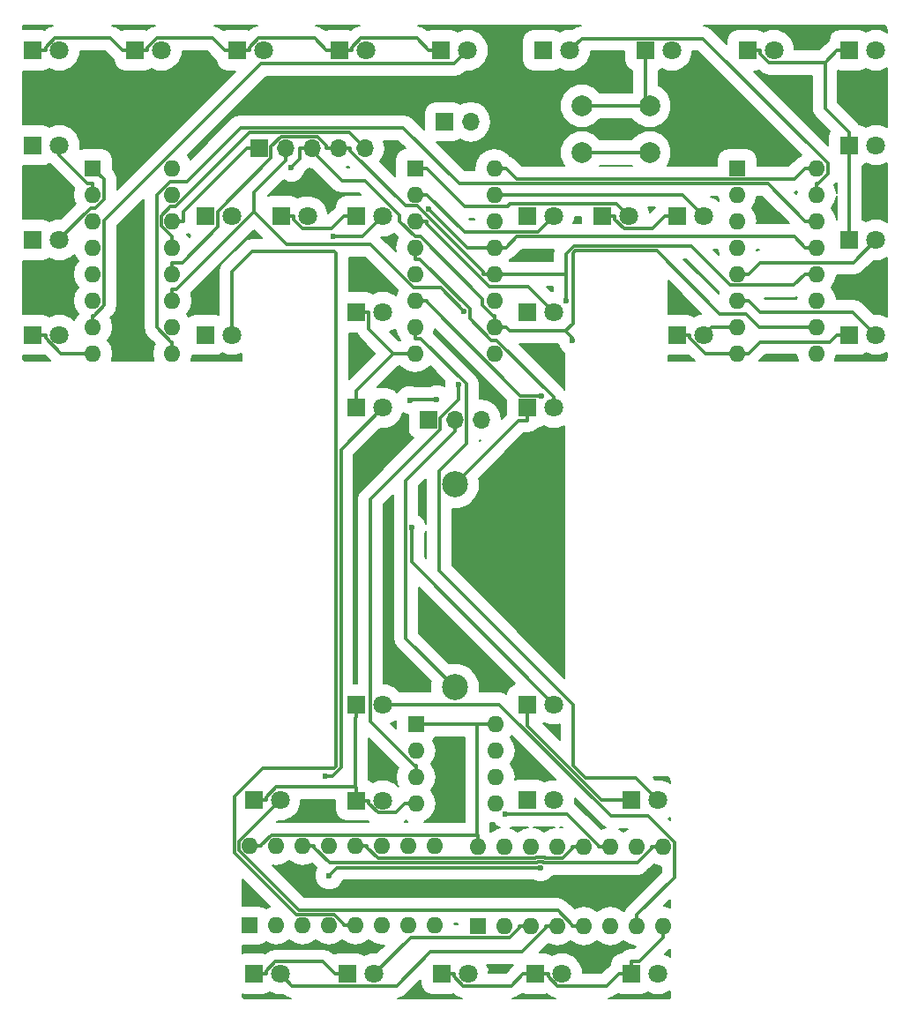
<source format=gbr>
G04 #@! TF.FileFunction,Copper,L2,Bot,Signal*
%FSLAX46Y46*%
G04 Gerber Fmt 4.6, Leading zero omitted, Abs format (unit mm)*
G04 Created by KiCad (PCBNEW 4.0.7) date 08/16/18 21:07:37*
%MOMM*%
%LPD*%
G01*
G04 APERTURE LIST*
%ADD10C,0.100000*%
%ADD11R,1.800000X1.800000*%
%ADD12C,1.800000*%
%ADD13R,1.700000X1.700000*%
%ADD14O,1.700000X1.700000*%
%ADD15R,1.600000X1.600000*%
%ADD16O,1.600000X1.600000*%
%ADD17C,2.000000*%
%ADD18C,2.500000*%
%ADD19C,0.600000*%
%ADD20C,0.300000*%
%ADD21C,0.200000*%
G04 APERTURE END LIST*
D10*
D11*
X130683000Y-85217000D03*
D12*
X133223000Y-85217000D03*
D11*
X130683000Y-76117000D03*
D12*
X133223000Y-76117000D03*
D11*
X130683000Y-67017000D03*
D12*
X133223000Y-67017000D03*
D11*
X130683000Y-57917000D03*
D12*
X133223000Y-57917000D03*
D11*
X150283000Y-57917000D03*
D12*
X152823000Y-57917000D03*
D11*
X160083000Y-57917000D03*
D12*
X162623000Y-57917000D03*
D11*
X169883000Y-57917000D03*
D12*
X172423000Y-57917000D03*
D11*
X179683000Y-57917000D03*
D12*
X182223000Y-57917000D03*
D11*
X189483000Y-57917000D03*
D12*
X192023000Y-57917000D03*
D11*
X199283000Y-57917000D03*
D12*
X201823000Y-57917000D03*
D11*
X209083000Y-57917000D03*
D12*
X211623000Y-57917000D03*
D11*
X209083000Y-76117000D03*
D12*
X211623000Y-76117000D03*
D11*
X209083000Y-85217000D03*
D12*
X211623000Y-85217000D03*
D11*
X192557000Y-85217000D03*
D12*
X195097000Y-85217000D03*
D11*
X192557000Y-73837800D03*
D12*
X195097000Y-73837800D03*
D11*
X185369000Y-73837800D03*
D12*
X187909000Y-73837800D03*
D11*
X178156000Y-73837800D03*
D12*
X180696000Y-73837800D03*
D11*
X178156000Y-83037800D03*
D12*
X180696000Y-83037800D03*
D11*
X178156000Y-120699000D03*
D12*
X180696000Y-120699000D03*
D11*
X178156000Y-129899000D03*
D12*
X180696000Y-129899000D03*
D11*
X188156000Y-129899000D03*
D12*
X190696000Y-129899000D03*
D11*
X188150000Y-146558000D03*
D12*
X190690000Y-146558000D03*
D11*
X178950000Y-146558000D03*
D12*
X181490000Y-146558000D03*
D11*
X169926000Y-146558000D03*
D12*
X172466000Y-146558000D03*
D11*
X160902000Y-146558000D03*
D12*
X163442000Y-146558000D03*
D11*
X151877000Y-129899000D03*
D12*
X154417000Y-129899000D03*
D11*
X161734000Y-129921000D03*
D12*
X164274000Y-129921000D03*
D11*
X161734000Y-120699000D03*
D12*
X164274000Y-120699000D03*
D13*
X168656000Y-93345000D03*
D14*
X171196000Y-93345000D03*
X173736000Y-93345000D03*
D15*
X167450000Y-122618000D03*
D16*
X175070000Y-130238000D03*
X167450000Y-125158000D03*
X175070000Y-127698000D03*
X167450000Y-127698000D03*
X175070000Y-125158000D03*
X167450000Y-130238000D03*
X175070000Y-122618000D03*
D11*
X140483000Y-57917000D03*
D12*
X143023000Y-57917000D03*
D11*
X209083000Y-67017000D03*
D12*
X211623000Y-67017000D03*
D11*
X178156000Y-92237800D03*
D12*
X180696000Y-92237800D03*
D11*
X151877000Y-146558000D03*
D12*
X154417000Y-146558000D03*
D11*
X161734000Y-92237800D03*
D12*
X164274000Y-92237800D03*
D11*
X161734000Y-83037800D03*
D12*
X164274000Y-83037800D03*
D11*
X161734000Y-73837800D03*
D12*
X164274000Y-73837800D03*
D11*
X154496000Y-73850500D03*
D12*
X157036000Y-73850500D03*
D11*
X147256000Y-73850500D03*
D12*
X149796000Y-73850500D03*
D11*
X147256000Y-85217000D03*
D12*
X149796000Y-85217000D03*
D17*
X183388000Y-67746000D03*
X183388000Y-63246000D03*
X189888000Y-67746000D03*
X189888000Y-63246000D03*
D18*
X171196000Y-99569000D03*
X171196000Y-119069000D03*
D13*
X152400000Y-67310000D03*
D14*
X154940000Y-67310000D03*
X157480000Y-67310000D03*
X160020000Y-67310000D03*
X162560000Y-67310000D03*
D13*
X170180000Y-64770000D03*
D14*
X172720000Y-64770000D03*
D15*
X198298000Y-69215000D03*
D16*
X205918000Y-86995000D03*
X198298000Y-71755000D03*
X205918000Y-84455000D03*
X198298000Y-74295000D03*
X205918000Y-81915000D03*
X198298000Y-76835000D03*
X205918000Y-79375000D03*
X198298000Y-79375000D03*
X205918000Y-76835000D03*
X198298000Y-81915000D03*
X205918000Y-74295000D03*
X198298000Y-84455000D03*
X205918000Y-71755000D03*
X198298000Y-86995000D03*
X205918000Y-69215000D03*
D15*
X167373000Y-69215000D03*
D16*
X174993000Y-86995000D03*
X167373000Y-71755000D03*
X174993000Y-84455000D03*
X167373000Y-74295000D03*
X174993000Y-81915000D03*
X167373000Y-76835000D03*
X174993000Y-79375000D03*
X167373000Y-79375000D03*
X174993000Y-76835000D03*
X167373000Y-81915000D03*
X174993000Y-74295000D03*
X167373000Y-84455000D03*
X174993000Y-71755000D03*
X167373000Y-86995000D03*
X174993000Y-69215000D03*
D15*
X136449000Y-69215000D03*
D16*
X144069000Y-86995000D03*
X136449000Y-71755000D03*
X144069000Y-84455000D03*
X136449000Y-74295000D03*
X144069000Y-81915000D03*
X136449000Y-76835000D03*
X144069000Y-79375000D03*
X136449000Y-79375000D03*
X144069000Y-76835000D03*
X136449000Y-81915000D03*
X144069000Y-74295000D03*
X136449000Y-84455000D03*
X144069000Y-71755000D03*
X136449000Y-86995000D03*
X144069000Y-69215000D03*
D15*
X173418000Y-142002000D03*
D16*
X191198000Y-134382000D03*
X175958000Y-142002000D03*
X188658000Y-134382000D03*
X178498000Y-142002000D03*
X186118000Y-134382000D03*
X181038000Y-142002000D03*
X183578000Y-134382000D03*
X183578000Y-142002000D03*
X181038000Y-134382000D03*
X186118000Y-142002000D03*
X178498000Y-134382000D03*
X188658000Y-142002000D03*
X175958000Y-134382000D03*
X191198000Y-142002000D03*
X173418000Y-134382000D03*
D15*
X151511000Y-141922000D03*
D16*
X169291000Y-134302000D03*
X154051000Y-141922000D03*
X166751000Y-134302000D03*
X156591000Y-141922000D03*
X164211000Y-134302000D03*
X159131000Y-141922000D03*
X161671000Y-134302000D03*
X161671000Y-141922000D03*
X159131000Y-134302000D03*
X164211000Y-141922000D03*
X156591000Y-134302000D03*
X166751000Y-141922000D03*
X154051000Y-134302000D03*
X169291000Y-141922000D03*
X151511000Y-134302000D03*
D19*
X167046200Y-103734400D03*
X179525400Y-91085000D03*
X172086000Y-82953700D03*
X176016900Y-131240800D03*
X181889800Y-81916600D03*
X168681300Y-73148100D03*
X179407000Y-136363700D03*
X159139400Y-137125900D03*
X158786200Y-127586800D03*
X159556300Y-75783400D03*
X171585000Y-90001000D03*
X182454900Y-85741900D03*
X155484800Y-69172700D03*
X169460300Y-91405700D03*
X166858500Y-91485500D03*
D20*
X133223000Y-76002500D02*
X133223000Y-76117000D01*
X136200500Y-73025000D02*
X133223000Y-76002500D01*
X136665000Y-73025000D02*
X136200500Y-73025000D01*
X137515100Y-72174900D02*
X136665000Y-73025000D01*
X137515100Y-70281100D02*
X137515100Y-72174900D01*
X136449000Y-69215000D02*
X137515100Y-70281100D01*
X133223000Y-67979000D02*
X133223000Y-67017000D01*
X135899000Y-70655000D02*
X133223000Y-67979000D01*
X136449000Y-70655000D02*
X135899000Y-70655000D01*
X136449000Y-71755000D02*
X136449000Y-70655000D01*
X171128100Y-59211900D02*
X172423000Y-57917000D01*
X152577700Y-59211900D02*
X171128100Y-59211900D01*
X137549000Y-74240600D02*
X152577700Y-59211900D01*
X137549000Y-82392600D02*
X137549000Y-74240600D01*
X136586600Y-83355000D02*
X137549000Y-82392600D01*
X136449000Y-83355000D02*
X136586600Y-83355000D01*
X136449000Y-84455000D02*
X136449000Y-83355000D01*
X183373400Y-56766600D02*
X182223000Y-57917000D01*
X194972000Y-56766600D02*
X183373400Y-56766600D01*
X206980200Y-68774800D02*
X194972000Y-56766600D01*
X206980200Y-69725700D02*
X206980200Y-68774800D01*
X206050900Y-70655000D02*
X206980200Y-69725700D01*
X205918000Y-70655000D02*
X206050900Y-70655000D01*
X205918000Y-71755000D02*
X205918000Y-70655000D01*
X209465000Y-78275000D02*
X211623000Y-76117000D01*
X200498000Y-78275000D02*
X209465000Y-78275000D01*
X199398000Y-79375000D02*
X200498000Y-78275000D01*
X198298000Y-79375000D02*
X199398000Y-79375000D01*
X209421000Y-83015000D02*
X211623000Y-85217000D01*
X200498000Y-83015000D02*
X209421000Y-83015000D01*
X199398000Y-81915000D02*
X200498000Y-83015000D01*
X198298000Y-81915000D02*
X199398000Y-81915000D01*
X195859000Y-84455000D02*
X195097000Y-85217000D01*
X198298000Y-84455000D02*
X195859000Y-84455000D01*
X193014200Y-71755000D02*
X195097000Y-73837800D01*
X174993000Y-71755000D02*
X193014200Y-71755000D01*
X186742800Y-72671600D02*
X187909000Y-73837800D01*
X176444700Y-72671600D02*
X186742800Y-72671600D01*
X176260200Y-72856100D02*
X176444700Y-72671600D01*
X172114100Y-72856100D02*
X176260200Y-72856100D01*
X168473000Y-69215000D02*
X172114100Y-72856100D01*
X167373000Y-69215000D02*
X168473000Y-69215000D01*
X179149500Y-75384300D02*
X180696000Y-73837800D01*
X172102300Y-75384300D02*
X179149500Y-75384300D01*
X168473000Y-71755000D02*
X172102300Y-75384300D01*
X167373000Y-71755000D02*
X168473000Y-71755000D01*
X178227200Y-80569000D02*
X180696000Y-83037800D01*
X174472000Y-80569000D02*
X178227200Y-80569000D01*
X168473000Y-74570000D02*
X174472000Y-80569000D01*
X168473000Y-74295000D02*
X168473000Y-74570000D01*
X167373000Y-74295000D02*
X168473000Y-74295000D01*
X167373000Y-76835000D02*
X167373000Y-77935000D01*
X167845500Y-77935000D02*
X167373000Y-77935000D01*
X172636300Y-82725800D02*
X167845500Y-77935000D01*
X172636300Y-83651100D02*
X172636300Y-82725800D01*
X174710200Y-85725000D02*
X172636300Y-83651100D01*
X175219100Y-85725000D02*
X174710200Y-85725000D01*
X180696000Y-91201900D02*
X175219100Y-85725000D01*
X180696000Y-92237800D02*
X180696000Y-91201900D01*
X167046300Y-103734400D02*
X167046200Y-103734400D01*
X167046300Y-107049300D02*
X167046300Y-103734400D01*
X180696000Y-120699000D02*
X167046300Y-107049300D01*
X177505500Y-91085000D02*
X179525400Y-91085000D01*
X168473000Y-82052500D02*
X177505500Y-91085000D01*
X168473000Y-81915000D02*
X168473000Y-82052500D01*
X167373000Y-81915000D02*
X168473000Y-81915000D01*
X167373000Y-84455000D02*
X167373000Y-85555000D01*
X167917200Y-85555000D02*
X167373000Y-85555000D01*
X172312000Y-89949800D02*
X167917200Y-85555000D01*
X172312000Y-95676700D02*
X172312000Y-89949800D01*
X169671400Y-98317300D02*
X172312000Y-95676700D01*
X169671400Y-107901800D02*
X169671400Y-98317300D01*
X182534700Y-120765100D02*
X169671400Y-107901800D01*
X182534700Y-126589300D02*
X182534700Y-120765100D01*
X183695900Y-127750500D02*
X182534700Y-126589300D01*
X188547500Y-127750500D02*
X183695900Y-127750500D01*
X190696000Y-129899000D02*
X188547500Y-127750500D01*
X166947700Y-143052300D02*
X163442000Y-146558000D01*
X176472800Y-143052300D02*
X166947700Y-143052300D01*
X177398000Y-142127100D02*
X176472800Y-143052300D01*
X177398000Y-142002000D02*
X177398000Y-142127100D01*
X178498000Y-142002000D02*
X177398000Y-142002000D01*
X155567400Y-147708400D02*
X154417000Y-146558000D01*
X165615800Y-147708400D02*
X155567400Y-147708400D01*
X168869200Y-144455000D02*
X165615800Y-147708400D01*
X177622500Y-144455000D02*
X168869200Y-144455000D01*
X179938000Y-142139500D02*
X177622500Y-144455000D01*
X179938000Y-142002000D02*
X179938000Y-142139500D01*
X181038000Y-142002000D02*
X179938000Y-142002000D01*
X150446900Y-133869100D02*
X154417000Y-129899000D01*
X150446900Y-134731200D02*
X150446900Y-133869100D01*
X156186900Y-140471200D02*
X150446900Y-134731200D01*
X181084700Y-140471200D02*
X156186900Y-140471200D01*
X182478000Y-141864500D02*
X181084700Y-140471200D01*
X182478000Y-142002000D02*
X182478000Y-141864500D01*
X183578000Y-142002000D02*
X182478000Y-142002000D01*
X175460400Y-120699000D02*
X164274000Y-120699000D01*
X186193600Y-131432200D02*
X175460400Y-120699000D01*
X189738100Y-131432200D02*
X186193600Y-131432200D01*
X192253300Y-133947400D02*
X189738100Y-131432200D01*
X192253300Y-137306700D02*
X192253300Y-133947400D01*
X188658000Y-140902000D02*
X192253300Y-137306700D01*
X188658000Y-142002000D02*
X188658000Y-140902000D01*
X143955000Y-85895000D02*
X144069000Y-85895000D01*
X142579400Y-84519400D02*
X143955000Y-85895000D01*
X142579400Y-71752200D02*
X142579400Y-84519400D01*
X143846600Y-70485000D02*
X142579400Y-71752200D01*
X145471800Y-70485000D02*
X143846600Y-70485000D01*
X150619800Y-65337000D02*
X145471800Y-70485000D01*
X166252000Y-65337000D02*
X150619800Y-65337000D01*
X171619600Y-70704600D02*
X166252000Y-65337000D01*
X201227600Y-70704600D02*
X171619600Y-70704600D01*
X204818000Y-74295000D02*
X201227600Y-70704600D01*
X205918000Y-74295000D02*
X204818000Y-74295000D01*
X144069000Y-86995000D02*
X144069000Y-85895000D01*
X144069000Y-81915000D02*
X144069000Y-80815000D01*
X154940000Y-67310000D02*
X154940000Y-68460000D01*
X169853300Y-80721000D02*
X172086000Y-82953700D01*
X167233600Y-80721000D02*
X169853300Y-80721000D01*
X163084100Y-76571500D02*
X167233600Y-80721000D01*
X155047400Y-76571500D02*
X163084100Y-76571500D01*
X151881000Y-73405100D02*
X155047400Y-76571500D01*
X144471100Y-80815000D02*
X151881000Y-73405100D01*
X144069000Y-80815000D02*
X144471100Y-80815000D01*
X151881000Y-71519000D02*
X154940000Y-68460000D01*
X151881000Y-73405100D02*
X151881000Y-71519000D01*
X185018000Y-134268000D02*
X185018000Y-134382000D01*
X181990800Y-131240800D02*
X185018000Y-134268000D01*
X176016900Y-131240800D02*
X181990800Y-131240800D01*
X186118000Y-134382000D02*
X185018000Y-134382000D01*
X174993000Y-79375000D02*
X176093000Y-79375000D01*
X205918000Y-79375000D02*
X204818000Y-79375000D01*
X174993000Y-79375000D02*
X173893000Y-79375000D01*
X160595000Y-67310000D02*
X161170000Y-67310000D01*
X144069000Y-79375000D02*
X144069000Y-78275000D01*
X173893000Y-79137800D02*
X173893000Y-79375000D01*
X173892900Y-79137800D02*
X173893000Y-79137800D01*
X167560500Y-72805400D02*
X173892900Y-79137800D01*
X166449800Y-72805400D02*
X167560500Y-72805400D01*
X161170000Y-67525600D02*
X166449800Y-72805400D01*
X161170000Y-67310000D02*
X161170000Y-67525600D01*
X160020000Y-67310000D02*
X160595000Y-67310000D01*
X145008000Y-78275000D02*
X144069000Y-78275000D01*
X148406400Y-74876600D02*
X145008000Y-78275000D01*
X148406400Y-73364800D02*
X148406400Y-74876600D01*
X153528400Y-68242800D02*
X148406400Y-73364800D01*
X153528400Y-67157900D02*
X153528400Y-68242800D01*
X154486800Y-66199500D02*
X153528400Y-67157900D01*
X158027300Y-66199500D02*
X154486800Y-66199500D01*
X158870000Y-67042200D02*
X158027300Y-66199500D01*
X158870000Y-67310000D02*
X158870000Y-67042200D01*
X176093000Y-79375000D02*
X181889800Y-79375000D01*
X181889800Y-77471400D02*
X181889800Y-79375000D01*
X182634600Y-76726600D02*
X181889800Y-77471400D01*
X193905600Y-76726600D02*
X182634600Y-76726600D01*
X197614800Y-80435800D02*
X193905600Y-76726600D01*
X203757200Y-80435800D02*
X197614800Y-80435800D01*
X204818000Y-79375000D02*
X203757200Y-80435800D01*
X181889800Y-79375000D02*
X181889800Y-81916600D01*
X160020000Y-67310000D02*
X158870000Y-67310000D01*
X162771000Y-134416000D02*
X162771000Y-134302000D01*
X163837200Y-135482200D02*
X162771000Y-134416000D01*
X178944400Y-135482200D02*
X163837200Y-135482200D01*
X179013500Y-135413100D02*
X178944400Y-135482200D01*
X179800600Y-135413100D02*
X179013500Y-135413100D01*
X179869700Y-135482200D02*
X179800600Y-135413100D01*
X181515300Y-135482200D02*
X179869700Y-135482200D01*
X182478000Y-134519500D02*
X181515300Y-135482200D01*
X182478000Y-134382000D02*
X182478000Y-134519500D01*
X183578000Y-134382000D02*
X182478000Y-134382000D01*
X161671000Y-134302000D02*
X162771000Y-134302000D01*
X205918000Y-76835000D02*
X204818000Y-76835000D01*
X172368200Y-76835000D02*
X174993000Y-76835000D01*
X168681300Y-73148100D02*
X172368200Y-76835000D01*
X203767700Y-75784700D02*
X204818000Y-76835000D01*
X177143300Y-75784700D02*
X203767700Y-75784700D01*
X176093000Y-76835000D02*
X177143300Y-75784700D01*
X174993000Y-76835000D02*
X176093000Y-76835000D01*
X159901600Y-136363700D02*
X159139400Y-137125900D01*
X179407000Y-136363700D02*
X159901600Y-136363700D01*
X143990600Y-75735000D02*
X144069000Y-75735000D01*
X142979900Y-74724300D02*
X143990600Y-75735000D01*
X142979900Y-73816500D02*
X142979900Y-74724300D01*
X143873600Y-72922800D02*
X142979900Y-73816500D01*
X144386800Y-72922800D02*
X143873600Y-72922800D01*
X151514400Y-65795200D02*
X144386800Y-72922800D01*
X161045200Y-65795200D02*
X151514400Y-65795200D01*
X162560000Y-67310000D02*
X161045200Y-65795200D01*
X144069000Y-76835000D02*
X144069000Y-75735000D01*
X203767700Y-70265300D02*
X204818000Y-69215000D01*
X177143300Y-70265300D02*
X203767700Y-70265300D01*
X176093000Y-69215000D02*
X177143300Y-70265300D01*
X174993000Y-69215000D02*
X176093000Y-69215000D01*
X205918000Y-69215000D02*
X204818000Y-69215000D01*
X173418000Y-134382000D02*
X173418000Y-133282000D01*
X151511000Y-134302000D02*
X152611000Y-134302000D01*
X153553800Y-133228200D02*
X173364200Y-133228200D01*
X152611000Y-134171000D02*
X153553800Y-133228200D01*
X152611000Y-134302000D02*
X152611000Y-134171000D01*
X173364200Y-133228200D02*
X173418000Y-133282000D01*
X173364200Y-122618000D02*
X173364200Y-133228200D01*
X175070000Y-122618000D02*
X173364200Y-122618000D01*
X173364200Y-122618000D02*
X167450000Y-122618000D01*
X191198000Y-134382000D02*
X190098000Y-134382000D01*
X156591000Y-134302000D02*
X157691000Y-134302000D01*
X157691000Y-134416000D02*
X157691000Y-134302000D01*
X159157600Y-135882600D02*
X157691000Y-134416000D01*
X179110000Y-135882600D02*
X159157600Y-135882600D01*
X179179200Y-135813400D02*
X179110000Y-135882600D01*
X179634900Y-135813400D02*
X179179200Y-135813400D01*
X179704100Y-135882600D02*
X179634900Y-135813400D01*
X188734900Y-135882600D02*
X179704100Y-135882600D01*
X190098000Y-134519500D02*
X188734900Y-135882600D01*
X190098000Y-134382000D02*
X190098000Y-134519500D01*
X159406400Y-127586800D02*
X158786200Y-127586800D01*
X160252500Y-126740700D02*
X159406400Y-127586800D01*
X160252500Y-96259300D02*
X160252500Y-126740700D01*
X164274000Y-92237800D02*
X160252500Y-96259300D01*
X162328400Y-75783400D02*
X164274000Y-73837800D01*
X159556300Y-75783400D02*
X162328400Y-75783400D01*
X149796000Y-79152800D02*
X149796000Y-85217000D01*
X151739200Y-77209600D02*
X149796000Y-79152800D01*
X159637700Y-77209600D02*
X151739200Y-77209600D01*
X159772400Y-77344300D02*
X159637700Y-77209600D01*
X159772400Y-126654500D02*
X159772400Y-77344300D01*
X159599400Y-126827500D02*
X159772400Y-126654500D01*
X152784100Y-126827500D02*
X159599400Y-126827500D01*
X150045500Y-129566100D02*
X152784100Y-126827500D01*
X150045500Y-134960300D02*
X150045500Y-129566100D01*
X155956800Y-140871600D02*
X150045500Y-134960300D01*
X159645700Y-140871600D02*
X155956800Y-140871600D01*
X160571000Y-141796900D02*
X159645700Y-140871600D01*
X160571000Y-141922000D02*
X160571000Y-141796900D01*
X161671000Y-141922000D02*
X160571000Y-141922000D01*
X166491100Y-114364100D02*
X171196000Y-119069000D01*
X166491100Y-99199900D02*
X166491100Y-114364100D01*
X171196000Y-94495000D02*
X166491100Y-99199900D01*
X171196000Y-93345000D02*
X171196000Y-94495000D01*
X189888000Y-67746000D02*
X183388000Y-67746000D01*
X167336000Y-126598000D02*
X167450000Y-126598000D01*
X163075400Y-122337400D02*
X167336000Y-126598000D01*
X163075400Y-101002000D02*
X163075400Y-122337400D01*
X169756400Y-94321000D02*
X163075400Y-101002000D01*
X169756400Y-93228300D02*
X169756400Y-94321000D01*
X171585000Y-91399700D02*
X169756400Y-93228300D01*
X171585000Y-90001000D02*
X171585000Y-91399700D01*
X167450000Y-127698000D02*
X167450000Y-126598000D01*
X192557000Y-85217000D02*
X193757000Y-85217000D01*
X131883000Y-85517000D02*
X131883000Y-85217000D01*
X133361000Y-86995000D02*
X131883000Y-85517000D01*
X136449000Y-86995000D02*
X133361000Y-86995000D01*
X130683000Y-85217000D02*
X131883000Y-85217000D01*
X131883000Y-57625500D02*
X131883000Y-57917000D01*
X132757100Y-56751400D02*
X131883000Y-57625500D01*
X138117400Y-56751400D02*
X132757100Y-56751400D01*
X139283000Y-57917000D02*
X138117400Y-56751400D01*
X140483000Y-57917000D02*
X139283000Y-57917000D01*
X130683000Y-57917000D02*
X131883000Y-57917000D01*
X141683000Y-57625500D02*
X141683000Y-57917000D01*
X142557100Y-56751400D02*
X141683000Y-57625500D01*
X147917400Y-56751400D02*
X142557100Y-56751400D01*
X149083000Y-57917000D02*
X147917400Y-56751400D01*
X150283000Y-57917000D02*
X149083000Y-57917000D01*
X140483000Y-57917000D02*
X141683000Y-57917000D01*
X151483000Y-57625500D02*
X151483000Y-57917000D01*
X152357100Y-56751400D02*
X151483000Y-57625500D01*
X157717400Y-56751400D02*
X152357100Y-56751400D01*
X158883000Y-57917000D02*
X157717400Y-56751400D01*
X160083000Y-57917000D02*
X158883000Y-57917000D01*
X150283000Y-57917000D02*
X151483000Y-57917000D01*
X167450000Y-130238000D02*
X166350000Y-130238000D01*
X165513500Y-131074500D02*
X166350000Y-130238000D01*
X163799000Y-131074500D02*
X165513500Y-131074500D01*
X162934000Y-130209500D02*
X163799000Y-131074500D01*
X162934000Y-129921000D02*
X162934000Y-130209500D01*
X189483000Y-57917000D02*
X189483000Y-59117000D01*
X189483000Y-63246000D02*
X189483000Y-59117000D01*
X183388000Y-63246000D02*
X189483000Y-63246000D01*
X189483000Y-63246000D02*
X189888000Y-63246000D01*
X209083000Y-85217000D02*
X207883000Y-85217000D01*
X193757000Y-85517000D02*
X193757000Y-85217000D01*
X195235000Y-86995000D02*
X193757000Y-85517000D01*
X198298000Y-86995000D02*
X195235000Y-86995000D01*
X207205000Y-85895000D02*
X207883000Y-85217000D01*
X200498000Y-85895000D02*
X207205000Y-85895000D01*
X199398000Y-86995000D02*
X200498000Y-85895000D01*
X198298000Y-86995000D02*
X199398000Y-86995000D01*
X153077000Y-146267000D02*
X153077000Y-146558000D01*
X153949400Y-145394600D02*
X153077000Y-146267000D01*
X158538600Y-145394600D02*
X153949400Y-145394600D01*
X159702000Y-146558000D02*
X158538600Y-145394600D01*
X160902000Y-146558000D02*
X159702000Y-146558000D01*
X151877000Y-146558000D02*
X153077000Y-146558000D01*
X161922200Y-129921000D02*
X162934000Y-129921000D01*
X161922200Y-129921000D02*
X161910000Y-129921000D01*
X186569000Y-74127600D02*
X186569000Y-73837800D01*
X187438100Y-74996700D02*
X186569000Y-74127600D01*
X190198100Y-74996700D02*
X187438100Y-74996700D01*
X191357000Y-73837800D02*
X190198100Y-74996700D01*
X192557000Y-73837800D02*
X191357000Y-73837800D01*
X185369000Y-73837800D02*
X186569000Y-73837800D01*
X167373000Y-86995000D02*
X166398000Y-86995000D01*
X161734000Y-92237800D02*
X161734000Y-91037800D01*
X161734000Y-83037800D02*
X162934000Y-83037800D01*
X161283000Y-57628700D02*
X161283000Y-57917000D01*
X162147500Y-56764200D02*
X161283000Y-57628700D01*
X167530200Y-56764200D02*
X162147500Y-56764200D01*
X168683000Y-57917000D02*
X167530200Y-56764200D01*
X169883000Y-57917000D02*
X168683000Y-57917000D01*
X160083000Y-57917000D02*
X161283000Y-57917000D01*
X185278100Y-129899000D02*
X188156000Y-129899000D01*
X178156000Y-122776900D02*
X185278100Y-129899000D01*
X178156000Y-120699000D02*
X178156000Y-122776900D01*
X199283000Y-57917000D02*
X200483000Y-57917000D01*
X209083000Y-57917000D02*
X207883000Y-57917000D01*
X201351200Y-59074800D02*
X206725200Y-59074800D01*
X200483000Y-58206600D02*
X201351200Y-59074800D01*
X200483000Y-57917000D02*
X200483000Y-58206600D01*
X206725200Y-59074800D02*
X207883000Y-57917000D01*
X209083000Y-67017000D02*
X209083000Y-76117000D01*
X206725200Y-63459200D02*
X206725200Y-59074800D01*
X209083000Y-65817000D02*
X206725200Y-63459200D01*
X209083000Y-67017000D02*
X209083000Y-65817000D01*
X159366300Y-75005500D02*
X160534000Y-73837800D01*
X156562100Y-75005500D02*
X159366300Y-75005500D01*
X155696000Y-74139400D02*
X156562100Y-75005500D01*
X155696000Y-73850500D02*
X155696000Y-74139400D01*
X154496000Y-73850500D02*
X155696000Y-73850500D01*
X161734000Y-73837800D02*
X160534000Y-73837800D01*
X162934000Y-84642600D02*
X165286400Y-86995000D01*
X162934000Y-83037800D02*
X162934000Y-84642600D01*
X166398000Y-86995000D02*
X165286400Y-86995000D01*
X161734000Y-90547400D02*
X161734000Y-91037800D01*
X165286400Y-86995000D02*
X161734000Y-90547400D01*
X171126000Y-146845700D02*
X171126000Y-146558000D01*
X171988600Y-147708300D02*
X171126000Y-146845700D01*
X176599700Y-147708300D02*
X171988600Y-147708300D01*
X177750000Y-146558000D02*
X176599700Y-147708300D01*
X178950000Y-146558000D02*
X177750000Y-146558000D01*
X169926000Y-146558000D02*
X171126000Y-146558000D01*
X177327200Y-93437800D02*
X171196000Y-99569000D01*
X178156000Y-93437800D02*
X177327200Y-93437800D01*
X178156000Y-92237800D02*
X178156000Y-93437800D01*
X180150000Y-146848900D02*
X180150000Y-146558000D01*
X181022100Y-147721000D02*
X180150000Y-146848900D01*
X185787000Y-147721000D02*
X181022100Y-147721000D01*
X186950000Y-146558000D02*
X185787000Y-147721000D01*
X188150000Y-146558000D02*
X186950000Y-146558000D01*
X178950000Y-146558000D02*
X180150000Y-146558000D01*
X188942000Y-145358000D02*
X188150000Y-145358000D01*
X191198000Y-143102000D02*
X188942000Y-145358000D01*
X191198000Y-142002000D02*
X191198000Y-143102000D01*
X188150000Y-146558000D02*
X188150000Y-145358000D01*
X161768000Y-129921000D02*
X161910000Y-129921000D01*
X161768000Y-129921000D02*
X161734000Y-129921000D01*
X161734000Y-129921000D02*
X161734000Y-128721000D01*
X161734000Y-120699000D02*
X161734000Y-121899000D01*
X161734000Y-128721000D02*
X161640500Y-128627400D01*
X153077000Y-129599000D02*
X153077000Y-129899000D01*
X154048500Y-128627500D02*
X153077000Y-129599000D01*
X161640400Y-128627500D02*
X154048500Y-128627500D01*
X161640500Y-128627400D02*
X161640400Y-128627500D01*
X151877000Y-129899000D02*
X153077000Y-129899000D01*
X161640500Y-121992500D02*
X161734000Y-121899000D01*
X161640500Y-128627400D02*
X161640500Y-121992500D01*
X145169000Y-73391000D02*
X145169000Y-74295000D01*
X151250000Y-67310000D02*
X145169000Y-73391000D01*
X144069000Y-74295000D02*
X145169000Y-74295000D01*
X152400000Y-67310000D02*
X151250000Y-67310000D01*
X156330000Y-68327500D02*
X156330000Y-67310000D01*
X155484800Y-69172700D02*
X156330000Y-68327500D01*
X156905000Y-67310000D02*
X157027100Y-67310000D01*
X156905000Y-67310000D02*
X156330000Y-67310000D01*
X182454900Y-85495400D02*
X181817900Y-84858400D01*
X182454900Y-85741900D02*
X182454900Y-85495400D01*
X200388000Y-84455000D02*
X205918000Y-84455000D01*
X199118000Y-83185000D02*
X200388000Y-84455000D01*
X196598000Y-83185000D02*
X199118000Y-83185000D01*
X190581300Y-77168300D02*
X196598000Y-83185000D01*
X182759200Y-77168300D02*
X190581300Y-77168300D01*
X182544700Y-77382800D02*
X182759200Y-77168300D01*
X182544700Y-84131600D02*
X182544700Y-77382800D01*
X181817900Y-84858400D02*
X182544700Y-84131600D01*
X176496400Y-84858400D02*
X176093000Y-84455000D01*
X181817900Y-84858400D02*
X176496400Y-84858400D01*
X174993000Y-84455000D02*
X176093000Y-84455000D01*
X157480000Y-67310000D02*
X157253600Y-67310000D01*
X157253600Y-67310000D02*
X157027100Y-67310000D01*
X174879000Y-83355000D02*
X174993000Y-83355000D01*
X173871000Y-82347000D02*
X174879000Y-83355000D01*
X173871000Y-81779000D02*
X173871000Y-82347000D01*
X167876600Y-75784600D02*
X173871000Y-81779000D01*
X167375900Y-75784600D02*
X167876600Y-75784600D01*
X165885200Y-74293900D02*
X167375900Y-75784600D01*
X165885200Y-73744900D02*
X165885200Y-74293900D01*
X162539900Y-70399600D02*
X165885200Y-73744900D01*
X160343200Y-70399600D02*
X162539900Y-70399600D01*
X157253600Y-67310000D02*
X160343200Y-70399600D01*
X174993000Y-84455000D02*
X174993000Y-83355000D01*
X166938300Y-91405700D02*
X166858500Y-91485500D01*
X169460300Y-91405700D02*
X166938300Y-91405700D01*
D21*
G36*
X191865000Y-148728271D02*
X191836501Y-148871547D01*
X191820897Y-148894899D01*
X191797548Y-148910500D01*
X191654271Y-148939000D01*
X185947874Y-148939000D01*
X186265354Y-148875849D01*
X186670883Y-148604883D01*
X186796381Y-148479386D01*
X186813654Y-148491188D01*
X187250000Y-148579550D01*
X189050000Y-148579550D01*
X189457636Y-148502848D01*
X189732499Y-148325979D01*
X190290430Y-148557652D01*
X191086079Y-148558346D01*
X191821429Y-148254506D01*
X191865000Y-148211011D01*
X191865000Y-148728271D01*
X191865000Y-148728271D01*
G37*
X191865000Y-148728271D02*
X191836501Y-148871547D01*
X191820897Y-148894899D01*
X191797548Y-148910500D01*
X191654271Y-148939000D01*
X185947874Y-148939000D01*
X186265354Y-148875849D01*
X186670883Y-148604883D01*
X186796381Y-148479386D01*
X186813654Y-148491188D01*
X187250000Y-148579550D01*
X189050000Y-148579550D01*
X189457636Y-148502848D01*
X189732499Y-148325979D01*
X190290430Y-148557652D01*
X191086079Y-148558346D01*
X191821429Y-148254506D01*
X191865000Y-148211011D01*
X191865000Y-148728271D01*
G36*
X177613654Y-148491188D02*
X178050000Y-148579550D01*
X179850000Y-148579550D01*
X180071252Y-148537919D01*
X180138217Y-148604884D01*
X180543746Y-148875849D01*
X180861226Y-148939000D01*
X176696727Y-148939000D01*
X177078054Y-148863149D01*
X177483583Y-148592183D01*
X177596381Y-148479386D01*
X177613654Y-148491188D01*
X177613654Y-148491188D01*
G37*
X177613654Y-148491188D02*
X178050000Y-148579550D01*
X179850000Y-148579550D01*
X180071252Y-148537919D01*
X180138217Y-148604884D01*
X180543746Y-148875849D01*
X180861226Y-148939000D01*
X176696727Y-148939000D01*
X177078054Y-148863149D01*
X177483583Y-148592183D01*
X177596381Y-148479386D01*
X177613654Y-148491188D01*
G36*
X154017430Y-148557652D02*
X154649436Y-148558203D01*
X154683516Y-148592283D01*
X155088896Y-148863149D01*
X155089046Y-148863249D01*
X155469870Y-148939000D01*
X151245730Y-148939000D01*
X151005250Y-148891165D01*
X150899497Y-148820503D01*
X150828835Y-148714750D01*
X150794594Y-148542612D01*
X150977000Y-148579550D01*
X152777000Y-148579550D01*
X153184636Y-148502848D01*
X153459499Y-148325979D01*
X154017430Y-148557652D01*
X154017430Y-148557652D01*
G37*
X154017430Y-148557652D02*
X154649436Y-148558203D01*
X154683516Y-148592283D01*
X155088896Y-148863149D01*
X155089046Y-148863249D01*
X155469870Y-148939000D01*
X151245730Y-148939000D01*
X151005250Y-148891165D01*
X150899497Y-148820503D01*
X150828835Y-148714750D01*
X150794594Y-148542612D01*
X150977000Y-148579550D01*
X152777000Y-148579550D01*
X153184636Y-148502848D01*
X153459499Y-148325979D01*
X154017430Y-148557652D01*
G36*
X167904450Y-147458000D02*
X167981152Y-147865636D01*
X168222064Y-148240024D01*
X168589654Y-148491188D01*
X169026000Y-148579550D01*
X170826000Y-148579550D01*
X171049945Y-148537412D01*
X171104717Y-148592184D01*
X171483936Y-148845569D01*
X171510246Y-148863149D01*
X171891573Y-148939000D01*
X165713330Y-148939000D01*
X166094154Y-148863249D01*
X166499683Y-148592283D01*
X167904450Y-147187516D01*
X167904450Y-147458000D01*
X167904450Y-147458000D01*
G37*
X167904450Y-147458000D02*
X167981152Y-147865636D01*
X168222064Y-148240024D01*
X168589654Y-148491188D01*
X169026000Y-148579550D01*
X170826000Y-148579550D01*
X171049945Y-148537412D01*
X171104717Y-148592184D01*
X171483936Y-148845569D01*
X171510246Y-148863149D01*
X171891573Y-148939000D01*
X165713330Y-148939000D01*
X166094154Y-148863249D01*
X166499683Y-148592283D01*
X167904450Y-147187516D01*
X167904450Y-147458000D01*
G36*
X187930901Y-143794594D02*
X188603793Y-143928441D01*
X188424234Y-144108000D01*
X188150000Y-144108000D01*
X187671646Y-144203151D01*
X187266117Y-144474117D01*
X187220796Y-144541945D01*
X186842364Y-144613152D01*
X186467976Y-144854064D01*
X186216812Y-145221654D01*
X186134430Y-145628471D01*
X186066116Y-145674117D01*
X185269234Y-146471000D01*
X183490076Y-146471000D01*
X183490346Y-146161921D01*
X183186506Y-145426571D01*
X182624388Y-144863471D01*
X181889570Y-144558348D01*
X181093921Y-144557654D01*
X180529423Y-144790900D01*
X180286346Y-144624812D01*
X179850000Y-144536450D01*
X179308816Y-144536450D01*
X180154906Y-143690361D01*
X180310901Y-143794594D01*
X181038000Y-143939223D01*
X181765099Y-143794594D01*
X182308000Y-143431839D01*
X182850901Y-143794594D01*
X183578000Y-143939223D01*
X184305099Y-143794594D01*
X184848000Y-143431839D01*
X185390901Y-143794594D01*
X186118000Y-143939223D01*
X186845099Y-143794594D01*
X187388000Y-143431839D01*
X187930901Y-143794594D01*
X187930901Y-143794594D01*
G37*
X187930901Y-143794594D02*
X188603793Y-143928441D01*
X188424234Y-144108000D01*
X188150000Y-144108000D01*
X187671646Y-144203151D01*
X187266117Y-144474117D01*
X187220796Y-144541945D01*
X186842364Y-144613152D01*
X186467976Y-144854064D01*
X186216812Y-145221654D01*
X186134430Y-145628471D01*
X186066116Y-145674117D01*
X185269234Y-146471000D01*
X183490076Y-146471000D01*
X183490346Y-146161921D01*
X183186506Y-145426571D01*
X182624388Y-144863471D01*
X181889570Y-144558348D01*
X181093921Y-144557654D01*
X180529423Y-144790900D01*
X180286346Y-144624812D01*
X179850000Y-144536450D01*
X179308816Y-144536450D01*
X180154906Y-143690361D01*
X180310901Y-143794594D01*
X181038000Y-143939223D01*
X181765099Y-143794594D01*
X182308000Y-143431839D01*
X182850901Y-143794594D01*
X183578000Y-143939223D01*
X184305099Y-143794594D01*
X184848000Y-143431839D01*
X185390901Y-143794594D01*
X186118000Y-143939223D01*
X186845099Y-143794594D01*
X187388000Y-143431839D01*
X187930901Y-143794594D01*
G36*
X176081934Y-146458300D02*
X174466087Y-146458300D01*
X174466346Y-146161921D01*
X174277550Y-145705000D01*
X176835233Y-145705000D01*
X176081934Y-146458300D01*
X176081934Y-146458300D01*
G37*
X176081934Y-146458300D02*
X174466087Y-146458300D01*
X174466346Y-146161921D01*
X174277550Y-145705000D01*
X176835233Y-145705000D01*
X176081934Y-146458300D01*
G36*
X191865000Y-144904154D02*
X191824388Y-144863471D01*
X191386233Y-144681533D01*
X191865000Y-144202767D01*
X191865000Y-144904154D01*
X191865000Y-144904154D01*
G37*
X191865000Y-144904154D02*
X191824388Y-144863471D01*
X191386233Y-144681533D01*
X191865000Y-144202767D01*
X191865000Y-144904154D01*
G36*
X163483901Y-143714594D02*
X164211000Y-143859223D01*
X164413238Y-143818995D01*
X163674032Y-144558202D01*
X163045921Y-144557654D01*
X162481423Y-144790900D01*
X162238346Y-144624812D01*
X161802000Y-144536450D01*
X160002000Y-144536450D01*
X159594364Y-144613152D01*
X159552109Y-144640343D01*
X159422483Y-144510717D01*
X159016954Y-144239751D01*
X158538600Y-144144600D01*
X153949400Y-144144600D01*
X153471046Y-144239751D01*
X153065517Y-144510716D01*
X152995530Y-144580703D01*
X152777000Y-144536450D01*
X150977000Y-144536450D01*
X150781000Y-144573330D01*
X150781000Y-143843550D01*
X152311000Y-143843550D01*
X152718636Y-143766848D01*
X153066805Y-143542808D01*
X153323901Y-143714594D01*
X154051000Y-143859223D01*
X154778099Y-143714594D01*
X155321000Y-143351839D01*
X155863901Y-143714594D01*
X156591000Y-143859223D01*
X157318099Y-143714594D01*
X157861000Y-143351839D01*
X158403901Y-143714594D01*
X159131000Y-143859223D01*
X159858099Y-143714594D01*
X160401000Y-143351839D01*
X160943901Y-143714594D01*
X161671000Y-143859223D01*
X162398099Y-143714594D01*
X162941000Y-143351839D01*
X163483901Y-143714594D01*
X163483901Y-143714594D01*
G37*
X163483901Y-143714594D02*
X164211000Y-143859223D01*
X164413238Y-143818995D01*
X163674032Y-144558202D01*
X163045921Y-144557654D01*
X162481423Y-144790900D01*
X162238346Y-144624812D01*
X161802000Y-144536450D01*
X160002000Y-144536450D01*
X159594364Y-144613152D01*
X159552109Y-144640343D01*
X159422483Y-144510717D01*
X159016954Y-144239751D01*
X158538600Y-144144600D01*
X153949400Y-144144600D01*
X153471046Y-144239751D01*
X153065517Y-144510716D01*
X152995530Y-144580703D01*
X152777000Y-144536450D01*
X150977000Y-144536450D01*
X150781000Y-144573330D01*
X150781000Y-143843550D01*
X152311000Y-143843550D01*
X152718636Y-143766848D01*
X153066805Y-143542808D01*
X153323901Y-143714594D01*
X154051000Y-143859223D01*
X154778099Y-143714594D01*
X155321000Y-143351839D01*
X155863901Y-143714594D01*
X156591000Y-143859223D01*
X157318099Y-143714594D01*
X157861000Y-143351839D01*
X158403901Y-143714594D01*
X159131000Y-143859223D01*
X159858099Y-143714594D01*
X160401000Y-143351839D01*
X160943901Y-143714594D01*
X161671000Y-143859223D01*
X162398099Y-143714594D01*
X162941000Y-143351839D01*
X163483901Y-143714594D01*
G36*
X171496450Y-141802300D02*
X171174594Y-141802300D01*
X171158463Y-141721200D01*
X171496450Y-141721200D01*
X171496450Y-141802300D01*
X171496450Y-141802300D01*
G37*
X171496450Y-141802300D02*
X171174594Y-141802300D01*
X171158463Y-141721200D01*
X171496450Y-141721200D01*
X171496450Y-141802300D01*
G36*
X155863901Y-136094594D02*
X156591000Y-136239223D01*
X157318099Y-136094594D01*
X157488182Y-135980948D01*
X157919732Y-136412499D01*
X157739643Y-136846201D01*
X157739157Y-137403156D01*
X157951845Y-137917900D01*
X158345328Y-138312070D01*
X158859701Y-138525657D01*
X159416656Y-138526143D01*
X159931400Y-138313455D01*
X160325570Y-137919972D01*
X160452746Y-137613700D01*
X178766647Y-137613700D01*
X179127301Y-137763457D01*
X179684256Y-137763943D01*
X180199000Y-137551255D01*
X180593170Y-137157772D01*
X180603622Y-137132600D01*
X188734900Y-137132600D01*
X189213254Y-137037449D01*
X189618783Y-136766483D01*
X190314905Y-136070361D01*
X190470901Y-136174594D01*
X191003300Y-136280495D01*
X191003300Y-136788934D01*
X187774117Y-140018117D01*
X187503151Y-140423646D01*
X187486732Y-140506190D01*
X187388000Y-140572161D01*
X186845099Y-140209406D01*
X186118000Y-140064777D01*
X185390901Y-140209406D01*
X184848000Y-140572161D01*
X184305099Y-140209406D01*
X183578000Y-140064777D01*
X182850901Y-140209406D01*
X182694905Y-140313639D01*
X181968583Y-139587317D01*
X181563054Y-139316351D01*
X181084700Y-139221200D01*
X156704667Y-139221200D01*
X153641169Y-136157703D01*
X154051000Y-136239223D01*
X154778099Y-136094594D01*
X155321000Y-135731839D01*
X155863901Y-136094594D01*
X155863901Y-136094594D01*
G37*
X155863901Y-136094594D02*
X156591000Y-136239223D01*
X157318099Y-136094594D01*
X157488182Y-135980948D01*
X157919732Y-136412499D01*
X157739643Y-136846201D01*
X157739157Y-137403156D01*
X157951845Y-137917900D01*
X158345328Y-138312070D01*
X158859701Y-138525657D01*
X159416656Y-138526143D01*
X159931400Y-138313455D01*
X160325570Y-137919972D01*
X160452746Y-137613700D01*
X178766647Y-137613700D01*
X179127301Y-137763457D01*
X179684256Y-137763943D01*
X180199000Y-137551255D01*
X180593170Y-137157772D01*
X180603622Y-137132600D01*
X188734900Y-137132600D01*
X189213254Y-137037449D01*
X189618783Y-136766483D01*
X190314905Y-136070361D01*
X190470901Y-136174594D01*
X191003300Y-136280495D01*
X191003300Y-136788934D01*
X187774117Y-140018117D01*
X187503151Y-140423646D01*
X187486732Y-140506190D01*
X187388000Y-140572161D01*
X186845099Y-140209406D01*
X186118000Y-140064777D01*
X185390901Y-140209406D01*
X184848000Y-140572161D01*
X184305099Y-140209406D01*
X183578000Y-140064777D01*
X182850901Y-140209406D01*
X182694905Y-140313639D01*
X181968583Y-139587317D01*
X181563054Y-139316351D01*
X181084700Y-139221200D01*
X156704667Y-139221200D01*
X153641169Y-136157703D01*
X154051000Y-136239223D01*
X154778099Y-136094594D01*
X155321000Y-135731839D01*
X155863901Y-136094594D01*
G36*
X153426443Y-140109009D02*
X153323901Y-140129406D01*
X153062441Y-140304108D01*
X152747346Y-140088812D01*
X152311000Y-140000450D01*
X150781000Y-140000450D01*
X150781000Y-137463566D01*
X153426443Y-140109009D01*
X153426443Y-140109009D01*
G37*
X153426443Y-140109009D02*
X153323901Y-140129406D01*
X153062441Y-140304108D01*
X152747346Y-140088812D01*
X152311000Y-140000450D01*
X150781000Y-140000450D01*
X150781000Y-137463566D01*
X153426443Y-140109009D01*
G36*
X191865000Y-140197452D02*
X191252207Y-140075559D01*
X191865000Y-139462766D01*
X191865000Y-140197452D01*
X191865000Y-140197452D01*
G37*
X191865000Y-140197452D02*
X191252207Y-140075559D01*
X191865000Y-139462766D01*
X191865000Y-140197452D01*
G36*
X177770901Y-132589406D02*
X177228000Y-132952161D01*
X176685099Y-132589406D01*
X176505559Y-132553693D01*
X176657772Y-132490800D01*
X178266627Y-132490800D01*
X177770901Y-132589406D01*
X177770901Y-132589406D01*
G37*
X177770901Y-132589406D02*
X177228000Y-132952161D01*
X176685099Y-132589406D01*
X176505559Y-132553693D01*
X176657772Y-132490800D01*
X178266627Y-132490800D01*
X177770901Y-132589406D01*
G36*
X174909978Y-132113574D02*
X175222828Y-132426970D01*
X175489932Y-132537882D01*
X175230901Y-132589406D01*
X174688000Y-132952161D01*
X174614200Y-132902849D01*
X174614200Y-132054740D01*
X174909978Y-132113574D01*
X174909978Y-132113574D01*
G37*
X174909978Y-132113574D02*
X175222828Y-132426970D01*
X175489932Y-132537882D01*
X175230901Y-132589406D01*
X174688000Y-132952161D01*
X174614200Y-132902849D01*
X174614200Y-132054740D01*
X174909978Y-132113574D01*
G36*
X180310901Y-132589406D02*
X179768000Y-132952161D01*
X179225099Y-132589406D01*
X178729373Y-132490800D01*
X180806627Y-132490800D01*
X180310901Y-132589406D01*
X180310901Y-132589406D01*
G37*
X180310901Y-132589406D02*
X179768000Y-132952161D01*
X179225099Y-132589406D01*
X178729373Y-132490800D01*
X180806627Y-132490800D01*
X180310901Y-132589406D01*
G36*
X187388000Y-132952161D02*
X186983975Y-132682200D01*
X187792025Y-132682200D01*
X187388000Y-132952161D01*
X187388000Y-132952161D01*
G37*
X187388000Y-132952161D02*
X186983975Y-132682200D01*
X187792025Y-132682200D01*
X187388000Y-132952161D01*
G36*
X185309717Y-132316083D02*
X185643559Y-132539149D01*
X185390901Y-132589406D01*
X185220818Y-132703052D01*
X182874683Y-130356917D01*
X182695705Y-130237328D01*
X182696172Y-129702538D01*
X185309717Y-132316083D01*
X185309717Y-132316083D01*
G37*
X185309717Y-132316083D02*
X185643559Y-132539149D01*
X185390901Y-132589406D01*
X185220818Y-132703052D01*
X182874683Y-130356917D01*
X182695705Y-130237328D01*
X182696172Y-129702538D01*
X185309717Y-132316083D01*
G36*
X181523603Y-132541370D02*
X181269373Y-132490800D01*
X181473034Y-132490800D01*
X181523603Y-132541370D01*
X181523603Y-132541370D01*
G37*
X181523603Y-132541370D02*
X181269373Y-132490800D01*
X181473034Y-132490800D01*
X181523603Y-132541370D01*
G36*
X159712450Y-130821000D02*
X159789152Y-131228636D01*
X160030064Y-131603024D01*
X160397654Y-131854188D01*
X160834000Y-131942550D01*
X162634000Y-131942550D01*
X162857272Y-131900539D01*
X162915117Y-131958384D01*
X162944774Y-131978200D01*
X154105567Y-131978200D01*
X154184969Y-131898798D01*
X154813079Y-131899346D01*
X155548429Y-131595506D01*
X156111529Y-131033388D01*
X156416652Y-130298570D01*
X156417019Y-129877500D01*
X159712450Y-129877500D01*
X159712450Y-130821000D01*
X159712450Y-130821000D01*
G37*
X159712450Y-130821000D02*
X159789152Y-131228636D01*
X160030064Y-131603024D01*
X160397654Y-131854188D01*
X160834000Y-131942550D01*
X162634000Y-131942550D01*
X162857272Y-131900539D01*
X162915117Y-131958384D01*
X162944774Y-131978200D01*
X154105567Y-131978200D01*
X154184969Y-131898798D01*
X154813079Y-131899346D01*
X155548429Y-131595506D01*
X156111529Y-131033388D01*
X156416652Y-130298570D01*
X156417019Y-129877500D01*
X159712450Y-129877500D01*
X159712450Y-130821000D01*
G36*
X166662973Y-131978200D02*
X166367725Y-131978200D01*
X166397383Y-131958383D01*
X166491884Y-131863882D01*
X166662973Y-131978200D01*
X166662973Y-131978200D01*
G37*
X166662973Y-131978200D02*
X166367725Y-131978200D01*
X166397383Y-131958383D01*
X166491884Y-131863882D01*
X166662973Y-131978200D01*
G36*
X172114200Y-131978200D02*
X168237027Y-131978200D01*
X168830726Y-131581503D01*
X169242594Y-130965099D01*
X169387223Y-130238000D01*
X169242594Y-129510901D01*
X168879839Y-128968000D01*
X169242594Y-128425099D01*
X169387223Y-127698000D01*
X169242594Y-126970901D01*
X168879839Y-126428000D01*
X169242594Y-125885099D01*
X169387223Y-125158000D01*
X169242594Y-124430901D01*
X169067892Y-124169441D01*
X169273859Y-123868000D01*
X172114200Y-123868000D01*
X172114200Y-131978200D01*
X172114200Y-131978200D01*
G37*
X172114200Y-131978200D02*
X168237027Y-131978200D01*
X168830726Y-131581503D01*
X169242594Y-130965099D01*
X169387223Y-130238000D01*
X169242594Y-129510901D01*
X168879839Y-128968000D01*
X169242594Y-128425099D01*
X169387223Y-127698000D01*
X169242594Y-126970901D01*
X168879839Y-126428000D01*
X169242594Y-125885099D01*
X169387223Y-125158000D01*
X169242594Y-124430901D01*
X169067892Y-124169441D01*
X169273859Y-123868000D01*
X172114200Y-123868000D01*
X172114200Y-131978200D01*
G36*
X191865000Y-131791334D02*
X191715444Y-131641777D01*
X191827429Y-131595506D01*
X191865000Y-131558001D01*
X191865000Y-131791334D01*
X191865000Y-131791334D01*
G37*
X191865000Y-131791334D02*
X191715444Y-131641777D01*
X191827429Y-131595506D01*
X191865000Y-131558001D01*
X191865000Y-131791334D01*
G36*
X165771052Y-126800818D02*
X165657406Y-126970901D01*
X165512777Y-127698000D01*
X165657406Y-128425099D01*
X165760112Y-128578810D01*
X165408388Y-128226471D01*
X164673570Y-127921348D01*
X163877921Y-127920654D01*
X163313423Y-128153900D01*
X163070346Y-127987812D01*
X162890500Y-127951392D01*
X162890500Y-123920266D01*
X165771052Y-126800818D01*
X165771052Y-126800818D01*
G37*
X165771052Y-126800818D02*
X165657406Y-126970901D01*
X165512777Y-127698000D01*
X165657406Y-128425099D01*
X165760112Y-128578810D01*
X165408388Y-128226471D01*
X164673570Y-127921348D01*
X163877921Y-127920654D01*
X163313423Y-128153900D01*
X163070346Y-127987812D01*
X162890500Y-127951392D01*
X162890500Y-123920266D01*
X165771052Y-126800818D01*
G36*
X191640750Y-127714835D02*
X191746503Y-127785497D01*
X191817165Y-127891250D01*
X191865000Y-128131730D01*
X191865000Y-128239143D01*
X191830388Y-128204471D01*
X191095570Y-127899348D01*
X190463563Y-127898797D01*
X190231766Y-127667000D01*
X191400270Y-127667000D01*
X191640750Y-127714835D01*
X191640750Y-127714835D01*
G37*
X191640750Y-127714835D02*
X191746503Y-127785497D01*
X191817165Y-127891250D01*
X191865000Y-128131730D01*
X191865000Y-128239143D01*
X191830388Y-128204471D01*
X191095570Y-127899348D01*
X190463563Y-127898797D01*
X190231766Y-127667000D01*
X191400270Y-127667000D01*
X191640750Y-127714835D01*
G36*
X180892805Y-127899171D02*
X180299921Y-127898654D01*
X179735423Y-128131900D01*
X179492346Y-127965812D01*
X179056000Y-127877450D01*
X177256000Y-127877450D01*
X176960467Y-127933058D01*
X177007223Y-127698000D01*
X176862594Y-126970901D01*
X176499839Y-126428000D01*
X176862594Y-125885099D01*
X177007223Y-125158000D01*
X176862594Y-124430901D01*
X176499839Y-123888000D01*
X176652765Y-123659131D01*
X180892805Y-127899171D01*
X180892805Y-127899171D01*
G37*
X180892805Y-127899171D02*
X180299921Y-127898654D01*
X179735423Y-128131900D01*
X179492346Y-127965812D01*
X179056000Y-127877450D01*
X177256000Y-127877450D01*
X176960467Y-127933058D01*
X177007223Y-127698000D01*
X176862594Y-126970901D01*
X176499839Y-126428000D01*
X176862594Y-125885099D01*
X177007223Y-125158000D01*
X176862594Y-124430901D01*
X176499839Y-123888000D01*
X176652765Y-123659131D01*
X180892805Y-127899171D01*
G36*
X180296430Y-122698652D02*
X181092079Y-122699346D01*
X181284700Y-122619757D01*
X181284700Y-124137834D01*
X179662651Y-122515785D01*
X179738499Y-122466979D01*
X180296430Y-122698652D01*
X180296430Y-122698652D01*
G37*
X180296430Y-122698652D02*
X181092079Y-122699346D01*
X181284700Y-122619757D01*
X181284700Y-124137834D01*
X179662651Y-122515785D01*
X179738499Y-122466979D01*
X180296430Y-122698652D01*
G36*
X165528450Y-123022684D02*
X165048678Y-122542912D01*
X165405429Y-122395506D01*
X165528450Y-122272700D01*
X165528450Y-123022684D01*
X165528450Y-123022684D01*
G37*
X165528450Y-123022684D02*
X165048678Y-122542912D01*
X165405429Y-122395506D01*
X165528450Y-122272700D01*
X165528450Y-123022684D01*
G36*
X176962003Y-118732769D02*
X176848364Y-118754152D01*
X176473976Y-118995064D01*
X176222812Y-119362654D01*
X176156584Y-119689700D01*
X175938754Y-119544151D01*
X175460400Y-119449000D01*
X173545669Y-119449000D01*
X173546407Y-118603607D01*
X173189395Y-117739571D01*
X172528906Y-117077929D01*
X171665495Y-116719409D01*
X170730607Y-116718593D01*
X170647641Y-116752874D01*
X167741100Y-113846334D01*
X167741100Y-109511866D01*
X176962003Y-118732769D01*
X176962003Y-118732769D01*
G37*
X176962003Y-118732769D02*
X176848364Y-118754152D01*
X176473976Y-118995064D01*
X176222812Y-119362654D01*
X176156584Y-119689700D01*
X175938754Y-119544151D01*
X175460400Y-119449000D01*
X173545669Y-119449000D01*
X173546407Y-118603607D01*
X173189395Y-117739571D01*
X172528906Y-117077929D01*
X171665495Y-116719409D01*
X170730607Y-116718593D01*
X170647641Y-116752874D01*
X167741100Y-113846334D01*
X167741100Y-109511866D01*
X176962003Y-118732769D01*
G36*
X165241100Y-114364100D02*
X165336251Y-114842454D01*
X165607217Y-115247983D01*
X168879367Y-118520134D01*
X168846409Y-118599505D01*
X168845668Y-119449000D01*
X165852142Y-119449000D01*
X165408388Y-119004471D01*
X164673570Y-118699348D01*
X164325400Y-118699044D01*
X164325400Y-101519766D01*
X165241100Y-100604066D01*
X165241100Y-114364100D01*
X165241100Y-114364100D01*
G37*
X165241100Y-114364100D02*
X165336251Y-114842454D01*
X165607217Y-115247983D01*
X168879367Y-118520134D01*
X168846409Y-118599505D01*
X168845668Y-119449000D01*
X165852142Y-119449000D01*
X165408388Y-119004471D01*
X164673570Y-118699348D01*
X164325400Y-118699044D01*
X164325400Y-101519766D01*
X165241100Y-100604066D01*
X165241100Y-114364100D01*
G36*
X166578801Y-92885257D02*
X166684450Y-92885349D01*
X166684450Y-94195000D01*
X166761152Y-94602636D01*
X167002064Y-94977024D01*
X167198435Y-95111199D01*
X162191517Y-100118117D01*
X161920551Y-100523646D01*
X161825400Y-101002000D01*
X161825400Y-118677450D01*
X161502500Y-118677450D01*
X161502500Y-96777066D01*
X164041969Y-94237598D01*
X164670079Y-94238146D01*
X165405429Y-93934306D01*
X165968529Y-93372188D01*
X166230735Y-92740727D01*
X166578801Y-92885257D01*
X166578801Y-92885257D01*
G37*
X166578801Y-92885257D02*
X166684450Y-92885349D01*
X166684450Y-94195000D01*
X166761152Y-94602636D01*
X167002064Y-94977024D01*
X167198435Y-95111199D01*
X162191517Y-100118117D01*
X161920551Y-100523646D01*
X161825400Y-101002000D01*
X161825400Y-118677450D01*
X161502500Y-118677450D01*
X161502500Y-96777066D01*
X164041969Y-94237598D01*
X164670079Y-94238146D01*
X165405429Y-93934306D01*
X165968529Y-93372188D01*
X166230735Y-92740727D01*
X166578801Y-92885257D01*
G36*
X181705000Y-118167633D02*
X170921400Y-107384034D01*
X170921400Y-101918761D01*
X171661393Y-101919407D01*
X172525429Y-101562395D01*
X173187071Y-100901906D01*
X173545591Y-100038495D01*
X173546407Y-99103607D01*
X173512126Y-99020640D01*
X177844967Y-94687800D01*
X178156000Y-94687800D01*
X178634354Y-94592649D01*
X179039883Y-94321683D01*
X179085204Y-94253855D01*
X179463636Y-94182648D01*
X179738499Y-94005779D01*
X180296430Y-94237452D01*
X181092079Y-94238146D01*
X181705000Y-93984893D01*
X181705000Y-118167633D01*
X181705000Y-118167633D01*
G37*
X181705000Y-118167633D02*
X170921400Y-107384034D01*
X170921400Y-101918761D01*
X171661393Y-101919407D01*
X172525429Y-101562395D01*
X173187071Y-100901906D01*
X173545591Y-100038495D01*
X173546407Y-99103607D01*
X173512126Y-99020640D01*
X177844967Y-94687800D01*
X178156000Y-94687800D01*
X178634354Y-94592649D01*
X179039883Y-94321683D01*
X179085204Y-94253855D01*
X179463636Y-94182648D01*
X179738499Y-94005779D01*
X180296430Y-94237452D01*
X181092079Y-94238146D01*
X181705000Y-93984893D01*
X181705000Y-118167633D01*
G36*
X168421400Y-106656634D02*
X168296300Y-106531534D01*
X168296300Y-104374512D01*
X168421400Y-104073239D01*
X168421400Y-106656634D01*
X168421400Y-106656634D01*
G37*
X168421400Y-106656634D02*
X168296300Y-106531534D01*
X168296300Y-104374512D01*
X168421400Y-104073239D01*
X168421400Y-106656634D01*
G36*
X168421400Y-103396535D02*
X168233755Y-102942400D01*
X167840272Y-102548230D01*
X167741100Y-102507050D01*
X167741100Y-99717666D01*
X168421400Y-99037366D01*
X168421400Y-103396535D01*
X168421400Y-103396535D01*
G37*
X168421400Y-103396535D02*
X168233755Y-102942400D01*
X167840272Y-102548230D01*
X167741100Y-102507050D01*
X167741100Y-99717666D01*
X168421400Y-99037366D01*
X168421400Y-103396535D01*
G36*
X173675971Y-95321262D02*
X173562000Y-95435233D01*
X173562000Y-95298592D01*
X173675971Y-95321262D01*
X173675971Y-95321262D01*
G37*
X173675971Y-95321262D02*
X173562000Y-95435233D01*
X173562000Y-95298592D01*
X173675971Y-95321262D01*
G36*
X176134450Y-91481716D02*
X176134450Y-92862783D01*
X175686000Y-93311233D01*
X175686000Y-93306797D01*
X175537565Y-92560564D01*
X175114858Y-91927939D01*
X174482233Y-91505232D01*
X173736000Y-91356797D01*
X173562000Y-91391408D01*
X173562000Y-89949800D01*
X173466849Y-89471446D01*
X173414133Y-89392551D01*
X173195884Y-89065917D01*
X169189895Y-85059929D01*
X169276628Y-84623894D01*
X176134450Y-91481716D01*
X176134450Y-91481716D01*
G37*
X176134450Y-91481716D02*
X176134450Y-92862783D01*
X175686000Y-93311233D01*
X175686000Y-93306797D01*
X175537565Y-92560564D01*
X175114858Y-91927939D01*
X174482233Y-91505232D01*
X173736000Y-91356797D01*
X173562000Y-91391408D01*
X173562000Y-89949800D01*
X173466849Y-89471446D01*
X173414133Y-89392551D01*
X173195884Y-89065917D01*
X169189895Y-85059929D01*
X169276628Y-84623894D01*
X176134450Y-91481716D01*
G36*
X170223530Y-89629096D02*
X170185243Y-89721301D01*
X170184833Y-90190655D01*
X169739999Y-90005943D01*
X169183044Y-90005457D01*
X168819428Y-90155700D01*
X167306674Y-90155700D01*
X167138199Y-90085743D01*
X166581244Y-90085257D01*
X166066500Y-90297945D01*
X165672330Y-90691428D01*
X165638240Y-90773525D01*
X165408388Y-90543271D01*
X164673570Y-90238148D01*
X163877921Y-90237454D01*
X163765093Y-90284074D01*
X165804167Y-88245000D01*
X165929797Y-88245000D01*
X165992274Y-88338503D01*
X166608678Y-88750371D01*
X167335777Y-88895000D01*
X167410223Y-88895000D01*
X168137322Y-88750371D01*
X168753726Y-88338503D01*
X168825508Y-88231074D01*
X170223530Y-89629096D01*
X170223530Y-89629096D01*
G37*
X170223530Y-89629096D02*
X170185243Y-89721301D01*
X170184833Y-90190655D01*
X169739999Y-90005943D01*
X169183044Y-90005457D01*
X168819428Y-90155700D01*
X167306674Y-90155700D01*
X167138199Y-90085743D01*
X166581244Y-90085257D01*
X166066500Y-90297945D01*
X165672330Y-90691428D01*
X165638240Y-90773525D01*
X165408388Y-90543271D01*
X164673570Y-90238148D01*
X163877921Y-90237454D01*
X163765093Y-90284074D01*
X165804167Y-88245000D01*
X165929797Y-88245000D01*
X165992274Y-88338503D01*
X166608678Y-88750371D01*
X167335777Y-88895000D01*
X167410223Y-88895000D01*
X168137322Y-88750371D01*
X168753726Y-88338503D01*
X168825508Y-88231074D01*
X170223530Y-89629096D01*
G36*
X181267345Y-86533900D02*
X181660828Y-86928070D01*
X181705000Y-86946412D01*
X181705000Y-90491205D01*
X181691996Y-90485806D01*
X181579883Y-90318016D01*
X177370266Y-86108400D01*
X181091532Y-86108400D01*
X181267345Y-86533900D01*
X181267345Y-86533900D01*
G37*
X181267345Y-86533900D02*
X181660828Y-86928070D01*
X181705000Y-86946412D01*
X181705000Y-90491205D01*
X181691996Y-90485806D01*
X181579883Y-90318016D01*
X177370266Y-86108400D01*
X181091532Y-86108400D01*
X181267345Y-86533900D01*
G36*
X161779151Y-85120954D02*
X162050117Y-85526483D01*
X163518634Y-86995000D01*
X161022400Y-89491234D01*
X161022400Y-85059350D01*
X161766897Y-85059350D01*
X161779151Y-85120954D01*
X161779151Y-85120954D01*
G37*
X161779151Y-85120954D02*
X162050117Y-85526483D01*
X163518634Y-86995000D01*
X161022400Y-89491234D01*
X161022400Y-85059350D01*
X161766897Y-85059350D01*
X161779151Y-85120954D01*
G36*
X132323233Y-87725000D02*
X130163730Y-87725000D01*
X129923250Y-87677165D01*
X129817497Y-87606503D01*
X129746835Y-87500750D01*
X129699000Y-87260270D01*
X129699000Y-87221540D01*
X129783000Y-87238550D01*
X131583000Y-87238550D01*
X131796593Y-87198360D01*
X132323233Y-87725000D01*
X132323233Y-87725000D01*
G37*
X132323233Y-87725000D02*
X130163730Y-87725000D01*
X129923250Y-87677165D01*
X129817497Y-87606503D01*
X129746835Y-87500750D01*
X129699000Y-87260270D01*
X129699000Y-87221540D01*
X129783000Y-87238550D01*
X131583000Y-87238550D01*
X131796593Y-87198360D01*
X132323233Y-87725000D01*
G36*
X204125406Y-87722099D02*
X204127344Y-87725000D01*
X200435766Y-87725000D01*
X201015767Y-87145000D01*
X204010614Y-87145000D01*
X204125406Y-87722099D01*
X204125406Y-87722099D01*
G37*
X204125406Y-87722099D02*
X204127344Y-87725000D01*
X200435766Y-87725000D01*
X201015767Y-87145000D01*
X204010614Y-87145000D01*
X204125406Y-87722099D01*
G36*
X194197233Y-87725000D02*
X191675000Y-87725000D01*
X191675000Y-87238550D01*
X193457000Y-87238550D01*
X193670593Y-87198360D01*
X194197233Y-87725000D01*
X194197233Y-87725000D01*
G37*
X194197233Y-87725000D02*
X191675000Y-87725000D01*
X191675000Y-87238550D01*
X193457000Y-87238550D01*
X193670593Y-87198360D01*
X194197233Y-87725000D01*
G36*
X149396430Y-87216652D02*
X150192079Y-87217346D01*
X150717000Y-87000453D01*
X150717000Y-87725000D01*
X145859656Y-87725000D01*
X145861594Y-87722099D01*
X145973197Y-87161031D01*
X146356000Y-87238550D01*
X148156000Y-87238550D01*
X148563636Y-87161848D01*
X148838499Y-86984979D01*
X149396430Y-87216652D01*
X149396430Y-87216652D01*
G37*
X149396430Y-87216652D02*
X150192079Y-87217346D01*
X150717000Y-87000453D01*
X150717000Y-87725000D01*
X145859656Y-87725000D01*
X145861594Y-87722099D01*
X145973197Y-87161031D01*
X146356000Y-87238550D01*
X148156000Y-87238550D01*
X148563636Y-87161848D01*
X148838499Y-86984979D01*
X149396430Y-87216652D01*
G36*
X141329400Y-84519400D02*
X141389377Y-84820921D01*
X141424551Y-84997754D01*
X141695517Y-85403283D01*
X142390052Y-86097818D01*
X142276406Y-86267901D01*
X142131777Y-86995000D01*
X142276406Y-87722099D01*
X142278344Y-87725000D01*
X138239656Y-87725000D01*
X138241594Y-87722099D01*
X138386223Y-86995000D01*
X138241594Y-86267901D01*
X137878839Y-85725000D01*
X138241594Y-85182099D01*
X138386223Y-84455000D01*
X138241594Y-83727901D01*
X138137401Y-83571965D01*
X138432883Y-83276484D01*
X138703849Y-82870954D01*
X138712919Y-82825354D01*
X138799000Y-82392600D01*
X138799000Y-74758366D01*
X141329400Y-72227966D01*
X141329400Y-84519400D01*
X141329400Y-84519400D01*
G37*
X141329400Y-84519400D02*
X141389377Y-84820921D01*
X141424551Y-84997754D01*
X141695517Y-85403283D01*
X142390052Y-86097818D01*
X142276406Y-86267901D01*
X142131777Y-86995000D01*
X142276406Y-87722099D01*
X142278344Y-87725000D01*
X138239656Y-87725000D01*
X138241594Y-87722099D01*
X138386223Y-86995000D01*
X138241594Y-86267901D01*
X137878839Y-85725000D01*
X138241594Y-85182099D01*
X138386223Y-84455000D01*
X138241594Y-83727901D01*
X138137401Y-83571965D01*
X138432883Y-83276484D01*
X138703849Y-82870954D01*
X138712919Y-82825354D01*
X138799000Y-82392600D01*
X138799000Y-74758366D01*
X141329400Y-72227966D01*
X141329400Y-84519400D01*
G36*
X212693000Y-87260270D02*
X212645165Y-87500750D01*
X212574503Y-87606503D01*
X212468750Y-87677165D01*
X212228270Y-87725000D01*
X207708656Y-87725000D01*
X207710594Y-87722099D01*
X207821346Y-87165313D01*
X208183000Y-87238550D01*
X209983000Y-87238550D01*
X210390636Y-87161848D01*
X210665499Y-86984979D01*
X211223430Y-87216652D01*
X212019079Y-87217346D01*
X212693000Y-86938888D01*
X212693000Y-87260270D01*
X212693000Y-87260270D01*
G37*
X212693000Y-87260270D02*
X212645165Y-87500750D01*
X212574503Y-87606503D01*
X212468750Y-87677165D01*
X212228270Y-87725000D01*
X207708656Y-87725000D01*
X207710594Y-87722099D01*
X207821346Y-87165313D01*
X208183000Y-87238550D01*
X209983000Y-87238550D01*
X210390636Y-87161848D01*
X210665499Y-86984979D01*
X211223430Y-87216652D01*
X212019079Y-87217346D01*
X212693000Y-86938888D01*
X212693000Y-87260270D01*
G36*
X165580406Y-85182099D02*
X165943161Y-85725000D01*
X165929797Y-85745000D01*
X165804166Y-85745000D01*
X164972397Y-84913231D01*
X165405429Y-84734306D01*
X165477103Y-84662757D01*
X165580406Y-85182099D01*
X165580406Y-85182099D01*
G37*
X165580406Y-85182099D02*
X165943161Y-85725000D01*
X165929797Y-85745000D01*
X165804166Y-85745000D01*
X164972397Y-84913231D01*
X165405429Y-84734306D01*
X165477103Y-84662757D01*
X165580406Y-85182099D01*
G36*
X134656406Y-77562099D02*
X135019161Y-78105000D01*
X134656406Y-78647901D01*
X134511777Y-79375000D01*
X134656406Y-80102099D01*
X135019161Y-80645000D01*
X134656406Y-81187901D01*
X134511777Y-81915000D01*
X134656406Y-82642099D01*
X135019161Y-83185000D01*
X134656406Y-83727901D01*
X134640797Y-83806375D01*
X134357388Y-83522471D01*
X133622570Y-83217348D01*
X132826921Y-83216654D01*
X132262423Y-83449900D01*
X132019346Y-83283812D01*
X131583000Y-83195450D01*
X129783000Y-83195450D01*
X129699000Y-83211256D01*
X129699000Y-78121540D01*
X129783000Y-78138550D01*
X131583000Y-78138550D01*
X131990636Y-78061848D01*
X132265499Y-77884979D01*
X132823430Y-78116652D01*
X133619079Y-78117346D01*
X134354429Y-77813506D01*
X134648101Y-77520346D01*
X134656406Y-77562099D01*
X134656406Y-77562099D01*
G37*
X134656406Y-77562099D02*
X135019161Y-78105000D01*
X134656406Y-78647901D01*
X134511777Y-79375000D01*
X134656406Y-80102099D01*
X135019161Y-80645000D01*
X134656406Y-81187901D01*
X134511777Y-81915000D01*
X134656406Y-82642099D01*
X135019161Y-83185000D01*
X134656406Y-83727901D01*
X134640797Y-83806375D01*
X134357388Y-83522471D01*
X133622570Y-83217348D01*
X132826921Y-83216654D01*
X132262423Y-83449900D01*
X132019346Y-83283812D01*
X131583000Y-83195450D01*
X129783000Y-83195450D01*
X129699000Y-83211256D01*
X129699000Y-78121540D01*
X129783000Y-78138550D01*
X131583000Y-78138550D01*
X131990636Y-78061848D01*
X132265499Y-77884979D01*
X132823430Y-78116652D01*
X133619079Y-78117346D01*
X134354429Y-77813506D01*
X134648101Y-77520346D01*
X134656406Y-77562099D01*
G36*
X212693000Y-83495735D02*
X212022570Y-83217348D01*
X211390563Y-83216797D01*
X210304883Y-82131117D01*
X209899354Y-81860151D01*
X209421000Y-81765000D01*
X207825386Y-81765000D01*
X207710594Y-81187901D01*
X207347839Y-80645000D01*
X207710594Y-80102099D01*
X207825386Y-79525000D01*
X209465000Y-79525000D01*
X209943354Y-79429849D01*
X210348883Y-79158883D01*
X211390968Y-78116798D01*
X212019079Y-78117346D01*
X212693000Y-77838888D01*
X212693000Y-83495735D01*
X212693000Y-83495735D01*
G37*
X212693000Y-83495735D02*
X212022570Y-83217348D01*
X211390563Y-83216797D01*
X210304883Y-82131117D01*
X209899354Y-81860151D01*
X209421000Y-81765000D01*
X207825386Y-81765000D01*
X207710594Y-81187901D01*
X207347839Y-80645000D01*
X207710594Y-80102099D01*
X207825386Y-79525000D01*
X209465000Y-79525000D01*
X209943354Y-79429849D01*
X210348883Y-79158883D01*
X211390968Y-78116798D01*
X212019079Y-78117346D01*
X212693000Y-77838888D01*
X212693000Y-83495735D01*
G36*
X194862028Y-83216795D02*
X194700921Y-83216654D01*
X194136423Y-83449900D01*
X193893346Y-83283812D01*
X193457000Y-83195450D01*
X191675000Y-83195450D01*
X191675000Y-80029766D01*
X194862028Y-83216795D01*
X194862028Y-83216795D01*
G37*
X194862028Y-83216795D02*
X194700921Y-83216654D01*
X194136423Y-83449900D01*
X193893346Y-83283812D01*
X193457000Y-83195450D01*
X191675000Y-83195450D01*
X191675000Y-80029766D01*
X194862028Y-83216795D01*
G36*
X152667733Y-75959600D02*
X151739200Y-75959600D01*
X151282866Y-76050371D01*
X151260846Y-76054751D01*
X150855317Y-76325716D01*
X148912117Y-78268917D01*
X148641151Y-78674446D01*
X148546000Y-79152800D01*
X148546000Y-83274427D01*
X148156000Y-83195450D01*
X146356000Y-83195450D01*
X145948364Y-83272152D01*
X145674726Y-83448233D01*
X145498839Y-83185000D01*
X145861594Y-82642099D01*
X146006223Y-81915000D01*
X145862319Y-81191547D01*
X151881000Y-75172867D01*
X152667733Y-75959600D01*
X152667733Y-75959600D01*
G37*
X152667733Y-75959600D02*
X151739200Y-75959600D01*
X151282866Y-76050371D01*
X151260846Y-76054751D01*
X150855317Y-76325716D01*
X148912117Y-78268917D01*
X148641151Y-78674446D01*
X148546000Y-79152800D01*
X148546000Y-83274427D01*
X148156000Y-83195450D01*
X146356000Y-83195450D01*
X145948364Y-83272152D01*
X145674726Y-83448233D01*
X145498839Y-83185000D01*
X145861594Y-82642099D01*
X146006223Y-81915000D01*
X145862319Y-81191547D01*
X151881000Y-75172867D01*
X152667733Y-75959600D01*
G36*
X204010614Y-81765000D02*
X201015767Y-81765000D01*
X200936567Y-81685800D01*
X203757200Y-81685800D01*
X204037456Y-81630053D01*
X204010614Y-81765000D01*
X204010614Y-81765000D01*
G37*
X204010614Y-81765000D02*
X201015767Y-81765000D01*
X200936567Y-81685800D01*
X203757200Y-81685800D01*
X204037456Y-81630053D01*
X204010614Y-81765000D01*
G36*
X165721529Y-80976696D02*
X165580406Y-81187901D01*
X165526055Y-81461143D01*
X165408388Y-81343271D01*
X164673570Y-81038148D01*
X163877921Y-81037454D01*
X163313423Y-81270700D01*
X163070346Y-81104612D01*
X162634000Y-81016250D01*
X161022400Y-81016250D01*
X161022400Y-77821500D01*
X162566334Y-77821500D01*
X165721529Y-80976696D01*
X165721529Y-80976696D01*
G37*
X165721529Y-80976696D02*
X165580406Y-81187901D01*
X165526055Y-81461143D01*
X165408388Y-81343271D01*
X164673570Y-81038148D01*
X163877921Y-81037454D01*
X163313423Y-81270700D01*
X163070346Y-81104612D01*
X162634000Y-81016250D01*
X161022400Y-81016250D01*
X161022400Y-77821500D01*
X162566334Y-77821500D01*
X165721529Y-80976696D01*
G36*
X196542948Y-81131715D02*
X196505406Y-81187901D01*
X196482720Y-81301953D01*
X193157366Y-77976600D01*
X193387834Y-77976600D01*
X196542948Y-81131715D01*
X196542948Y-81131715D01*
G37*
X196542948Y-81131715D02*
X196505406Y-81187901D01*
X196482720Y-81301953D01*
X193157366Y-77976600D01*
X193387834Y-77976600D01*
X196542948Y-81131715D01*
G36*
X180639800Y-81037750D02*
X180463563Y-81037597D01*
X180050966Y-80625000D01*
X180639800Y-80625000D01*
X180639800Y-81037750D01*
X180639800Y-81037750D01*
G37*
X180639800Y-81037750D02*
X180463563Y-81037597D01*
X180050966Y-80625000D01*
X180639800Y-80625000D01*
X180639800Y-81037750D01*
G36*
X180639800Y-77471400D02*
X180639800Y-78125000D01*
X176436203Y-78125000D01*
X176422839Y-78105000D01*
X176488810Y-78006268D01*
X176571354Y-77989849D01*
X176976883Y-77718883D01*
X177661067Y-77034700D01*
X180726665Y-77034700D01*
X180639800Y-77471400D01*
X180639800Y-77471400D01*
G37*
X180639800Y-77471400D02*
X180639800Y-78125000D01*
X176436203Y-78125000D01*
X176422839Y-78105000D01*
X176488810Y-78006268D01*
X176571354Y-77989849D01*
X176976883Y-77718883D01*
X177661067Y-77034700D01*
X180726665Y-77034700D01*
X180639800Y-77471400D01*
G36*
X196504547Y-77557781D02*
X195981466Y-77034700D01*
X196400500Y-77034700D01*
X196504547Y-77557781D01*
X196504547Y-77557781D01*
G37*
X196504547Y-77557781D02*
X195981466Y-77034700D01*
X196400500Y-77034700D01*
X196504547Y-77557781D01*
G36*
X165721008Y-75897475D02*
X165580406Y-76107901D01*
X165435777Y-76835000D01*
X165515336Y-77234970D01*
X164118031Y-75837664D01*
X164670079Y-75838146D01*
X165371754Y-75548220D01*
X165721008Y-75897475D01*
X165721008Y-75897475D01*
G37*
X165721008Y-75897475D02*
X165580406Y-76107901D01*
X165435777Y-76835000D01*
X165515336Y-77234970D01*
X164118031Y-75837664D01*
X164670079Y-75838146D01*
X165371754Y-75548220D01*
X165721008Y-75897475D01*
G36*
X200185047Y-77087250D02*
X200195500Y-77034700D01*
X200449235Y-77034700D01*
X200185047Y-77087250D01*
X200185047Y-77087250D01*
G37*
X200185047Y-77087250D02*
X200195500Y-77034700D01*
X200449235Y-77034700D01*
X200185047Y-77087250D01*
G36*
X145552064Y-75532524D02*
X145807902Y-75707331D01*
X145679642Y-75835591D01*
X145498839Y-75565000D01*
X145536598Y-75508490D01*
X145552064Y-75532524D01*
X145552064Y-75532524D01*
G37*
X145552064Y-75532524D02*
X145807902Y-75707331D01*
X145679642Y-75835591D01*
X145498839Y-75565000D01*
X145536598Y-75508490D01*
X145552064Y-75532524D01*
G36*
X183347450Y-74534700D02*
X182572190Y-74534700D01*
X182695652Y-74237370D01*
X182695927Y-73921600D01*
X183347450Y-73921600D01*
X183347450Y-74534700D01*
X183347450Y-74534700D01*
G37*
X183347450Y-74534700D02*
X182572190Y-74534700D01*
X182695652Y-74237370D01*
X182695927Y-73921600D01*
X183347450Y-73921600D01*
X183347450Y-74534700D01*
G36*
X203289933Y-74534700D02*
X200187544Y-74534700D01*
X200235223Y-74295000D01*
X200090594Y-73567901D01*
X199727839Y-73025000D01*
X200090594Y-72482099D01*
X200195520Y-71954600D01*
X200709834Y-71954600D01*
X203289933Y-74534700D01*
X203289933Y-74534700D01*
G37*
X203289933Y-74534700D02*
X200187544Y-74534700D01*
X200235223Y-74295000D01*
X200090594Y-73567901D01*
X199727839Y-73025000D01*
X200090594Y-72482099D01*
X200195520Y-71954600D01*
X200709834Y-71954600D01*
X203289933Y-74534700D01*
G36*
X212693000Y-74395735D02*
X212022570Y-74117348D01*
X211226921Y-74116654D01*
X210662423Y-74349900D01*
X210419346Y-74183812D01*
X210333000Y-74166327D01*
X210333000Y-68972693D01*
X210390636Y-68961848D01*
X210665499Y-68784979D01*
X211223430Y-69016652D01*
X212019079Y-69017346D01*
X212693000Y-68738888D01*
X212693000Y-74395735D01*
X212693000Y-74395735D01*
G37*
X212693000Y-74395735D02*
X212022570Y-74117348D01*
X211226921Y-74116654D01*
X210662423Y-74349900D01*
X210419346Y-74183812D01*
X210333000Y-74166327D01*
X210333000Y-68972693D01*
X210390636Y-68961848D01*
X210665499Y-68784979D01*
X211223430Y-69016652D01*
X212019079Y-69017346D01*
X212693000Y-68738888D01*
X212693000Y-74395735D01*
G36*
X132295344Y-68797371D02*
X132339117Y-68862883D01*
X134631142Y-71154909D01*
X134511777Y-71755000D01*
X134656406Y-72482099D01*
X134784271Y-72673462D01*
X133340632Y-74117102D01*
X132826921Y-74116654D01*
X132262423Y-74349900D01*
X132019346Y-74183812D01*
X131583000Y-74095450D01*
X129783000Y-74095450D01*
X129699000Y-74111256D01*
X129699000Y-69021540D01*
X129783000Y-69038550D01*
X131583000Y-69038550D01*
X131990636Y-68961848D01*
X132265499Y-68784979D01*
X132295344Y-68797371D01*
X132295344Y-68797371D01*
G37*
X132295344Y-68797371D02*
X132339117Y-68862883D01*
X134631142Y-71154909D01*
X134511777Y-71755000D01*
X134656406Y-72482099D01*
X134784271Y-72673462D01*
X133340632Y-74117102D01*
X132826921Y-74116654D01*
X132262423Y-74349900D01*
X132019346Y-74183812D01*
X131583000Y-74095450D01*
X129783000Y-74095450D01*
X129699000Y-74111256D01*
X129699000Y-69021540D01*
X129783000Y-69038550D01*
X131583000Y-69038550D01*
X131990636Y-68961848D01*
X132265499Y-68784979D01*
X132295344Y-68797371D01*
G36*
X207833000Y-74161307D02*
X207828787Y-74162100D01*
X207710594Y-73567901D01*
X207347839Y-73025000D01*
X207710594Y-72482099D01*
X207833000Y-71866723D01*
X207833000Y-74161307D01*
X207833000Y-74161307D01*
G37*
X207833000Y-74161307D02*
X207828787Y-74162100D01*
X207710594Y-73567901D01*
X207347839Y-73025000D01*
X207710594Y-72482099D01*
X207833000Y-71866723D01*
X207833000Y-74161307D01*
G36*
X173087742Y-74134300D02*
X172620067Y-74134300D01*
X172591867Y-74106100D01*
X173093352Y-74106100D01*
X173087742Y-74134300D01*
X173087742Y-74134300D01*
G37*
X173087742Y-74134300D02*
X172620067Y-74134300D01*
X172591867Y-74106100D01*
X173093352Y-74106100D01*
X173087742Y-74134300D01*
G36*
X157472556Y-69296722D02*
X159459316Y-71283483D01*
X159666025Y-71421601D01*
X159864846Y-71554449D01*
X160343200Y-71649600D01*
X162022134Y-71649600D01*
X162188784Y-71816250D01*
X160834000Y-71816250D01*
X160426364Y-71892952D01*
X160051976Y-72133864D01*
X159800812Y-72501454D01*
X159718430Y-72908271D01*
X159650116Y-72953917D01*
X159036247Y-73567786D01*
X159036346Y-73454421D01*
X158732506Y-72719071D01*
X158170388Y-72155971D01*
X157435570Y-71850848D01*
X156639921Y-71850154D01*
X156075423Y-72083400D01*
X155832346Y-71917312D01*
X155396000Y-71828950D01*
X153596000Y-71828950D01*
X153279208Y-71888559D01*
X154774225Y-70393541D01*
X155205101Y-70572457D01*
X155762056Y-70572943D01*
X156276800Y-70360255D01*
X156670970Y-69966772D01*
X156821848Y-69603419D01*
X157185620Y-69239647D01*
X157472556Y-69296722D01*
X157472556Y-69296722D01*
G37*
X157472556Y-69296722D02*
X159459316Y-71283483D01*
X159666025Y-71421601D01*
X159864846Y-71554449D01*
X160343200Y-71649600D01*
X162022134Y-71649600D01*
X162188784Y-71816250D01*
X160834000Y-71816250D01*
X160426364Y-71892952D01*
X160051976Y-72133864D01*
X159800812Y-72501454D01*
X159718430Y-72908271D01*
X159650116Y-72953917D01*
X159036247Y-73567786D01*
X159036346Y-73454421D01*
X158732506Y-72719071D01*
X158170388Y-72155971D01*
X157435570Y-71850848D01*
X156639921Y-71850154D01*
X156075423Y-72083400D01*
X155832346Y-71917312D01*
X155396000Y-71828950D01*
X153596000Y-71828950D01*
X153279208Y-71888559D01*
X154774225Y-70393541D01*
X155205101Y-70572457D01*
X155762056Y-70572943D01*
X156276800Y-70360255D01*
X156670970Y-69966772D01*
X156821848Y-69603419D01*
X157185620Y-69239647D01*
X157472556Y-69296722D01*
G36*
X189909280Y-73517754D02*
X189909346Y-73441721D01*
X189728897Y-73005000D01*
X190422033Y-73005000D01*
X189909280Y-73517754D01*
X189909280Y-73517754D01*
G37*
X189909280Y-73517754D02*
X189909346Y-73441721D01*
X189728897Y-73005000D01*
X190422033Y-73005000D01*
X189909280Y-73517754D01*
G36*
X196489425Y-72401759D02*
X196231388Y-72143271D01*
X195777018Y-71954600D01*
X196400480Y-71954600D01*
X196489425Y-72401759D01*
X196489425Y-72401759D01*
G37*
X196489425Y-72401759D02*
X196231388Y-72143271D01*
X195777018Y-71954600D01*
X196400480Y-71954600D01*
X196489425Y-72401759D01*
G36*
X203991559Y-71700793D02*
X203799701Y-71508935D01*
X204039198Y-71461295D01*
X203991559Y-71700793D01*
X203991559Y-71700793D01*
G37*
X203991559Y-71700793D02*
X203799701Y-71508935D01*
X204039198Y-71461295D01*
X203991559Y-71700793D01*
G36*
X207833000Y-71643277D02*
X207710594Y-71027901D01*
X207604519Y-70869148D01*
X207833000Y-70640667D01*
X207833000Y-71643277D01*
X207833000Y-71643277D01*
G37*
X207833000Y-71643277D02*
X207710594Y-71027901D01*
X207604519Y-70869148D01*
X207833000Y-70640667D01*
X207833000Y-71643277D01*
G36*
X138399116Y-58800883D02*
X138466945Y-58846205D01*
X138538152Y-59224636D01*
X138779064Y-59599024D01*
X139146654Y-59850188D01*
X139583000Y-59938550D01*
X141383000Y-59938550D01*
X141790636Y-59861848D01*
X142065499Y-59684979D01*
X142623430Y-59916652D01*
X143419079Y-59917346D01*
X144154429Y-59613506D01*
X144717529Y-59051388D01*
X145022652Y-58316570D01*
X145022927Y-58001400D01*
X147399634Y-58001400D01*
X148199116Y-58800883D01*
X148266945Y-58846205D01*
X148338152Y-59224636D01*
X148579064Y-59599024D01*
X148946654Y-59850188D01*
X149383000Y-59938550D01*
X150083283Y-59938550D01*
X138765100Y-71256734D01*
X138765100Y-70281100D01*
X138669949Y-69802746D01*
X138648815Y-69771117D01*
X138398983Y-69397216D01*
X138370550Y-69368783D01*
X138370550Y-68415000D01*
X138293848Y-68007364D01*
X138052936Y-67632976D01*
X137685346Y-67381812D01*
X137249000Y-67293450D01*
X135649000Y-67293450D01*
X135241364Y-67370152D01*
X135222682Y-67382174D01*
X135223346Y-66620921D01*
X134919506Y-65885571D01*
X134357388Y-65322471D01*
X133622570Y-65017348D01*
X132826921Y-65016654D01*
X132262423Y-65249900D01*
X132019346Y-65083812D01*
X131583000Y-64995450D01*
X129783000Y-64995450D01*
X129699000Y-65011256D01*
X129699000Y-59921540D01*
X129783000Y-59938550D01*
X131583000Y-59938550D01*
X131990636Y-59861848D01*
X132265499Y-59684979D01*
X132823430Y-59916652D01*
X133619079Y-59917346D01*
X134354429Y-59613506D01*
X134917529Y-59051388D01*
X135222652Y-58316570D01*
X135222927Y-58001400D01*
X137599634Y-58001400D01*
X138399116Y-58800883D01*
X138399116Y-58800883D01*
G37*
X138399116Y-58800883D02*
X138466945Y-58846205D01*
X138538152Y-59224636D01*
X138779064Y-59599024D01*
X139146654Y-59850188D01*
X139583000Y-59938550D01*
X141383000Y-59938550D01*
X141790636Y-59861848D01*
X142065499Y-59684979D01*
X142623430Y-59916652D01*
X143419079Y-59917346D01*
X144154429Y-59613506D01*
X144717529Y-59051388D01*
X145022652Y-58316570D01*
X145022927Y-58001400D01*
X147399634Y-58001400D01*
X148199116Y-58800883D01*
X148266945Y-58846205D01*
X148338152Y-59224636D01*
X148579064Y-59599024D01*
X148946654Y-59850188D01*
X149383000Y-59938550D01*
X150083283Y-59938550D01*
X138765100Y-71256734D01*
X138765100Y-70281100D01*
X138669949Y-69802746D01*
X138648815Y-69771117D01*
X138398983Y-69397216D01*
X138370550Y-69368783D01*
X138370550Y-68415000D01*
X138293848Y-68007364D01*
X138052936Y-67632976D01*
X137685346Y-67381812D01*
X137249000Y-67293450D01*
X135649000Y-67293450D01*
X135241364Y-67370152D01*
X135222682Y-67382174D01*
X135223346Y-66620921D01*
X134919506Y-65885571D01*
X134357388Y-65322471D01*
X133622570Y-65017348D01*
X132826921Y-65016654D01*
X132262423Y-65249900D01*
X132019346Y-65083812D01*
X131583000Y-64995450D01*
X129783000Y-64995450D01*
X129699000Y-65011256D01*
X129699000Y-59921540D01*
X129783000Y-59938550D01*
X131583000Y-59938550D01*
X131990636Y-59861848D01*
X132265499Y-59684979D01*
X132823430Y-59916652D01*
X133619079Y-59917346D01*
X134354429Y-59613506D01*
X134917529Y-59051388D01*
X135222652Y-58316570D01*
X135222927Y-58001400D01*
X137599634Y-58001400D01*
X138399116Y-58800883D01*
G36*
X166461638Y-67314404D02*
X166165364Y-67370152D01*
X165790976Y-67611064D01*
X165539812Y-67978654D01*
X165451450Y-68415000D01*
X165451450Y-70015000D01*
X165457078Y-70044912D01*
X164019115Y-68606948D01*
X164361565Y-68094436D01*
X164510000Y-67348203D01*
X164510000Y-67271797D01*
X164373785Y-66587000D01*
X165734234Y-66587000D01*
X166461638Y-67314404D01*
X166461638Y-67314404D01*
G37*
X166461638Y-67314404D02*
X166165364Y-67370152D01*
X165790976Y-67611064D01*
X165539812Y-67978654D01*
X165451450Y-68415000D01*
X165451450Y-70015000D01*
X165457078Y-70044912D01*
X164019115Y-68606948D01*
X164361565Y-68094436D01*
X164510000Y-67348203D01*
X164510000Y-67271797D01*
X164373785Y-66587000D01*
X165734234Y-66587000D01*
X166461638Y-67314404D01*
G36*
X182907112Y-55609351D02*
X182895046Y-55611751D01*
X182489516Y-55882717D01*
X182455031Y-55917202D01*
X181826921Y-55916654D01*
X181262423Y-56149900D01*
X181019346Y-55983812D01*
X180583000Y-55895450D01*
X178783000Y-55895450D01*
X178375364Y-55972152D01*
X178000976Y-56213064D01*
X177749812Y-56580654D01*
X177661450Y-57017000D01*
X177661450Y-58817000D01*
X177738152Y-59224636D01*
X177979064Y-59599024D01*
X178346654Y-59850188D01*
X178783000Y-59938550D01*
X180583000Y-59938550D01*
X180990636Y-59861848D01*
X181265499Y-59684979D01*
X181823430Y-59916652D01*
X182619079Y-59917346D01*
X183354429Y-59613506D01*
X183917529Y-59051388D01*
X184222652Y-58316570D01*
X184222914Y-58016600D01*
X187461450Y-58016600D01*
X187461450Y-58817000D01*
X187538152Y-59224636D01*
X187779064Y-59599024D01*
X188146654Y-59850188D01*
X188233000Y-59867673D01*
X188233000Y-61930855D01*
X188167741Y-61996000D01*
X185107439Y-61996000D01*
X184579107Y-61466745D01*
X183807548Y-61146366D01*
X182972117Y-61145637D01*
X182200000Y-61464669D01*
X181608745Y-62054893D01*
X181288366Y-62826452D01*
X181287637Y-63661883D01*
X181606669Y-64434000D01*
X182196893Y-65025255D01*
X182968452Y-65345634D01*
X183803883Y-65346363D01*
X184576000Y-65027331D01*
X185108259Y-64496000D01*
X188168561Y-64496000D01*
X188696893Y-65025255D01*
X189468452Y-65345634D01*
X190303883Y-65346363D01*
X191076000Y-65027331D01*
X191667255Y-64437107D01*
X191987634Y-63665548D01*
X191988363Y-62830117D01*
X191669331Y-62058000D01*
X191079107Y-61466745D01*
X190733000Y-61323029D01*
X190733000Y-59872693D01*
X190790636Y-59861848D01*
X191065499Y-59684979D01*
X191623430Y-59916652D01*
X192419079Y-59917346D01*
X193154429Y-59613506D01*
X193717529Y-59051388D01*
X194022652Y-58316570D01*
X194022914Y-58016600D01*
X194454234Y-58016600D01*
X204445892Y-68008259D01*
X204422190Y-68043732D01*
X204339646Y-68060151D01*
X203934117Y-68331116D01*
X203249934Y-69015300D01*
X200219550Y-69015300D01*
X200219550Y-68415000D01*
X200142848Y-68007364D01*
X199901936Y-67632976D01*
X199534346Y-67381812D01*
X199098000Y-67293450D01*
X197498000Y-67293450D01*
X197090364Y-67370152D01*
X196715976Y-67611064D01*
X196464812Y-67978654D01*
X196376450Y-68415000D01*
X196376450Y-69015300D01*
X191588925Y-69015300D01*
X191667255Y-68937107D01*
X191987634Y-68165548D01*
X191988363Y-67330117D01*
X191669331Y-66558000D01*
X191079107Y-65966745D01*
X190307548Y-65646366D01*
X189472117Y-65645637D01*
X188700000Y-65964669D01*
X188167741Y-66496000D01*
X185107439Y-66496000D01*
X184579107Y-65966745D01*
X183807548Y-65646366D01*
X182972117Y-65645637D01*
X182200000Y-65964669D01*
X181608745Y-66554893D01*
X181288366Y-67326452D01*
X181287637Y-68161883D01*
X181606669Y-68934000D01*
X181687827Y-69015300D01*
X177661067Y-69015300D01*
X176976883Y-68331117D01*
X176571354Y-68060151D01*
X176488810Y-68043732D01*
X176373726Y-67871497D01*
X175757322Y-67459629D01*
X175030223Y-67315000D01*
X174955777Y-67315000D01*
X174228678Y-67459629D01*
X173612274Y-67871497D01*
X173200406Y-68487901D01*
X173055777Y-69215000D01*
X173103436Y-69454600D01*
X172137367Y-69454600D01*
X169424316Y-66741550D01*
X171030000Y-66741550D01*
X171437636Y-66664848D01*
X171752741Y-66462083D01*
X171973767Y-66609768D01*
X172720000Y-66758203D01*
X173466233Y-66609768D01*
X174098858Y-66187061D01*
X174521565Y-65554436D01*
X174670000Y-64808203D01*
X174670000Y-64731797D01*
X174521565Y-63985564D01*
X174098858Y-63352939D01*
X173466233Y-62930232D01*
X172720000Y-62781797D01*
X171973767Y-62930232D01*
X171749352Y-63080182D01*
X171466346Y-62886812D01*
X171030000Y-62798450D01*
X169330000Y-62798450D01*
X168922364Y-62875152D01*
X168547976Y-63116064D01*
X168296812Y-63483654D01*
X168208450Y-63920000D01*
X168208450Y-65525684D01*
X167135883Y-64453117D01*
X166730354Y-64182151D01*
X166252000Y-64087000D01*
X150619800Y-64087000D01*
X150141446Y-64182151D01*
X149735916Y-64453117D01*
X145797322Y-68391712D01*
X145544312Y-68013055D01*
X153095467Y-60461900D01*
X171128100Y-60461900D01*
X171606454Y-60366749D01*
X172011983Y-60095783D01*
X172190968Y-59916798D01*
X172819079Y-59917346D01*
X173554429Y-59613506D01*
X174117529Y-59051388D01*
X174422652Y-58316570D01*
X174423346Y-57520921D01*
X174119506Y-56785571D01*
X173557388Y-56222471D01*
X172822570Y-55917348D01*
X172026921Y-55916654D01*
X171462423Y-56149900D01*
X171219346Y-55983812D01*
X170783000Y-55895450D01*
X168983000Y-55895450D01*
X168575364Y-55972152D01*
X168533109Y-55999343D01*
X168414083Y-55880317D01*
X168008554Y-55609351D01*
X167944204Y-55596551D01*
X167614659Y-55531000D01*
X183301007Y-55531000D01*
X182907112Y-55609351D01*
X182907112Y-55609351D01*
G37*
X182907112Y-55609351D02*
X182895046Y-55611751D01*
X182489516Y-55882717D01*
X182455031Y-55917202D01*
X181826921Y-55916654D01*
X181262423Y-56149900D01*
X181019346Y-55983812D01*
X180583000Y-55895450D01*
X178783000Y-55895450D01*
X178375364Y-55972152D01*
X178000976Y-56213064D01*
X177749812Y-56580654D01*
X177661450Y-57017000D01*
X177661450Y-58817000D01*
X177738152Y-59224636D01*
X177979064Y-59599024D01*
X178346654Y-59850188D01*
X178783000Y-59938550D01*
X180583000Y-59938550D01*
X180990636Y-59861848D01*
X181265499Y-59684979D01*
X181823430Y-59916652D01*
X182619079Y-59917346D01*
X183354429Y-59613506D01*
X183917529Y-59051388D01*
X184222652Y-58316570D01*
X184222914Y-58016600D01*
X187461450Y-58016600D01*
X187461450Y-58817000D01*
X187538152Y-59224636D01*
X187779064Y-59599024D01*
X188146654Y-59850188D01*
X188233000Y-59867673D01*
X188233000Y-61930855D01*
X188167741Y-61996000D01*
X185107439Y-61996000D01*
X184579107Y-61466745D01*
X183807548Y-61146366D01*
X182972117Y-61145637D01*
X182200000Y-61464669D01*
X181608745Y-62054893D01*
X181288366Y-62826452D01*
X181287637Y-63661883D01*
X181606669Y-64434000D01*
X182196893Y-65025255D01*
X182968452Y-65345634D01*
X183803883Y-65346363D01*
X184576000Y-65027331D01*
X185108259Y-64496000D01*
X188168561Y-64496000D01*
X188696893Y-65025255D01*
X189468452Y-65345634D01*
X190303883Y-65346363D01*
X191076000Y-65027331D01*
X191667255Y-64437107D01*
X191987634Y-63665548D01*
X191988363Y-62830117D01*
X191669331Y-62058000D01*
X191079107Y-61466745D01*
X190733000Y-61323029D01*
X190733000Y-59872693D01*
X190790636Y-59861848D01*
X191065499Y-59684979D01*
X191623430Y-59916652D01*
X192419079Y-59917346D01*
X193154429Y-59613506D01*
X193717529Y-59051388D01*
X194022652Y-58316570D01*
X194022914Y-58016600D01*
X194454234Y-58016600D01*
X204445892Y-68008259D01*
X204422190Y-68043732D01*
X204339646Y-68060151D01*
X203934117Y-68331116D01*
X203249934Y-69015300D01*
X200219550Y-69015300D01*
X200219550Y-68415000D01*
X200142848Y-68007364D01*
X199901936Y-67632976D01*
X199534346Y-67381812D01*
X199098000Y-67293450D01*
X197498000Y-67293450D01*
X197090364Y-67370152D01*
X196715976Y-67611064D01*
X196464812Y-67978654D01*
X196376450Y-68415000D01*
X196376450Y-69015300D01*
X191588925Y-69015300D01*
X191667255Y-68937107D01*
X191987634Y-68165548D01*
X191988363Y-67330117D01*
X191669331Y-66558000D01*
X191079107Y-65966745D01*
X190307548Y-65646366D01*
X189472117Y-65645637D01*
X188700000Y-65964669D01*
X188167741Y-66496000D01*
X185107439Y-66496000D01*
X184579107Y-65966745D01*
X183807548Y-65646366D01*
X182972117Y-65645637D01*
X182200000Y-65964669D01*
X181608745Y-66554893D01*
X181288366Y-67326452D01*
X181287637Y-68161883D01*
X181606669Y-68934000D01*
X181687827Y-69015300D01*
X177661067Y-69015300D01*
X176976883Y-68331117D01*
X176571354Y-68060151D01*
X176488810Y-68043732D01*
X176373726Y-67871497D01*
X175757322Y-67459629D01*
X175030223Y-67315000D01*
X174955777Y-67315000D01*
X174228678Y-67459629D01*
X173612274Y-67871497D01*
X173200406Y-68487901D01*
X173055777Y-69215000D01*
X173103436Y-69454600D01*
X172137367Y-69454600D01*
X169424316Y-66741550D01*
X171030000Y-66741550D01*
X171437636Y-66664848D01*
X171752741Y-66462083D01*
X171973767Y-66609768D01*
X172720000Y-66758203D01*
X173466233Y-66609768D01*
X174098858Y-66187061D01*
X174521565Y-65554436D01*
X174670000Y-64808203D01*
X174670000Y-64731797D01*
X174521565Y-63985564D01*
X174098858Y-63352939D01*
X173466233Y-62930232D01*
X172720000Y-62781797D01*
X171973767Y-62930232D01*
X171749352Y-63080182D01*
X171466346Y-62886812D01*
X171030000Y-62798450D01*
X169330000Y-62798450D01*
X168922364Y-62875152D01*
X168547976Y-63116064D01*
X168296812Y-63483654D01*
X168208450Y-63920000D01*
X168208450Y-65525684D01*
X167135883Y-64453117D01*
X166730354Y-64182151D01*
X166252000Y-64087000D01*
X150619800Y-64087000D01*
X150141446Y-64182151D01*
X149735916Y-64453117D01*
X145797322Y-68391712D01*
X145544312Y-68013055D01*
X153095467Y-60461900D01*
X171128100Y-60461900D01*
X171606454Y-60366749D01*
X172011983Y-60095783D01*
X172190968Y-59916798D01*
X172819079Y-59917346D01*
X173554429Y-59613506D01*
X174117529Y-59051388D01*
X174422652Y-58316570D01*
X174423346Y-57520921D01*
X174119506Y-56785571D01*
X173557388Y-56222471D01*
X172822570Y-55917348D01*
X172026921Y-55916654D01*
X171462423Y-56149900D01*
X171219346Y-55983812D01*
X170783000Y-55895450D01*
X168983000Y-55895450D01*
X168575364Y-55972152D01*
X168533109Y-55999343D01*
X168414083Y-55880317D01*
X168008554Y-55609351D01*
X167944204Y-55596551D01*
X167614659Y-55531000D01*
X183301007Y-55531000D01*
X182907112Y-55609351D01*
G36*
X161026234Y-69149600D02*
X160860967Y-69149600D01*
X160823122Y-69111756D01*
X160922193Y-69045559D01*
X161026234Y-69149600D01*
X161026234Y-69149600D01*
G37*
X161026234Y-69149600D02*
X160860967Y-69149600D01*
X160823122Y-69111756D01*
X160922193Y-69045559D01*
X161026234Y-69149600D01*
G36*
X188187827Y-69015300D02*
X185088925Y-69015300D01*
X185108259Y-68996000D01*
X188168561Y-68996000D01*
X188187827Y-69015300D01*
X188187827Y-69015300D01*
G37*
X188187827Y-69015300D02*
X185088925Y-69015300D01*
X185108259Y-68996000D01*
X188168561Y-68996000D01*
X188187827Y-69015300D01*
G36*
X200467316Y-59958683D02*
X200672503Y-60095784D01*
X200872846Y-60229649D01*
X201351200Y-60324800D01*
X205475200Y-60324800D01*
X205475200Y-63459200D01*
X205527943Y-63724354D01*
X205570351Y-63937554D01*
X205841317Y-64343083D01*
X207161614Y-65663381D01*
X207149812Y-65680654D01*
X207061450Y-66117000D01*
X207061450Y-67088283D01*
X199911716Y-59938550D01*
X200183000Y-59938550D01*
X200405346Y-59896713D01*
X200467316Y-59958683D01*
X200467316Y-59958683D01*
G37*
X200467316Y-59958683D02*
X200672503Y-60095784D01*
X200872846Y-60229649D01*
X201351200Y-60324800D01*
X205475200Y-60324800D01*
X205475200Y-63459200D01*
X205527943Y-63724354D01*
X205570351Y-63937554D01*
X205841317Y-64343083D01*
X207161614Y-65663381D01*
X207149812Y-65680654D01*
X207061450Y-66117000D01*
X207061450Y-67088283D01*
X199911716Y-59938550D01*
X200183000Y-59938550D01*
X200405346Y-59896713D01*
X200467316Y-59958683D01*
G36*
X212693000Y-65295735D02*
X212022570Y-65017348D01*
X211226921Y-65016654D01*
X210662423Y-65249900D01*
X210419346Y-65083812D01*
X210012529Y-65001430D01*
X209966884Y-64933117D01*
X207975200Y-62941434D01*
X207975200Y-59896470D01*
X208183000Y-59938550D01*
X209983000Y-59938550D01*
X210390636Y-59861848D01*
X210665499Y-59684979D01*
X211223430Y-59916652D01*
X212019079Y-59917346D01*
X212693000Y-59638888D01*
X212693000Y-65295735D01*
X212693000Y-65295735D01*
G37*
X212693000Y-65295735D02*
X212022570Y-65017348D01*
X211226921Y-65016654D01*
X210662423Y-65249900D01*
X210419346Y-65083812D01*
X210012529Y-65001430D01*
X209966884Y-64933117D01*
X207975200Y-62941434D01*
X207975200Y-59896470D01*
X208183000Y-59938550D01*
X209983000Y-59938550D01*
X210390636Y-59861848D01*
X210665499Y-59684979D01*
X211223430Y-59916652D01*
X212019079Y-59917346D01*
X212693000Y-59638888D01*
X212693000Y-65295735D01*
G36*
X212468750Y-55578835D02*
X212574503Y-55649497D01*
X212645165Y-55755250D01*
X212693000Y-55995730D01*
X212693000Y-56195735D01*
X212022570Y-55917348D01*
X211226921Y-55916654D01*
X210662423Y-56149900D01*
X210419346Y-55983812D01*
X209983000Y-55895450D01*
X208183000Y-55895450D01*
X207775364Y-55972152D01*
X207400976Y-56213064D01*
X207149812Y-56580654D01*
X207067430Y-56987471D01*
X206999116Y-57033117D01*
X206207434Y-57824800D01*
X203823081Y-57824800D01*
X203823346Y-57520921D01*
X203519506Y-56785571D01*
X202957388Y-56222471D01*
X202222570Y-55917348D01*
X201426921Y-55916654D01*
X200862423Y-56149900D01*
X200619346Y-55983812D01*
X200183000Y-55895450D01*
X198383000Y-55895450D01*
X197975364Y-55972152D01*
X197600976Y-56213064D01*
X197349812Y-56580654D01*
X197261450Y-57017000D01*
X197261450Y-57288284D01*
X195855883Y-55882717D01*
X195450354Y-55611751D01*
X195438288Y-55609351D01*
X195044393Y-55531000D01*
X212228270Y-55531000D01*
X212468750Y-55578835D01*
X212468750Y-55578835D01*
G37*
X212468750Y-55578835D02*
X212574503Y-55649497D01*
X212645165Y-55755250D01*
X212693000Y-55995730D01*
X212693000Y-56195735D01*
X212022570Y-55917348D01*
X211226921Y-55916654D01*
X210662423Y-56149900D01*
X210419346Y-55983812D01*
X209983000Y-55895450D01*
X208183000Y-55895450D01*
X207775364Y-55972152D01*
X207400976Y-56213064D01*
X207149812Y-56580654D01*
X207067430Y-56987471D01*
X206999116Y-57033117D01*
X206207434Y-57824800D01*
X203823081Y-57824800D01*
X203823346Y-57520921D01*
X203519506Y-56785571D01*
X202957388Y-56222471D01*
X202222570Y-55917348D01*
X201426921Y-55916654D01*
X200862423Y-56149900D01*
X200619346Y-55983812D01*
X200183000Y-55895450D01*
X198383000Y-55895450D01*
X197975364Y-55972152D01*
X197600976Y-56213064D01*
X197349812Y-56580654D01*
X197261450Y-57017000D01*
X197261450Y-57288284D01*
X195855883Y-55882717D01*
X195450354Y-55611751D01*
X195438288Y-55609351D01*
X195044393Y-55531000D01*
X212228270Y-55531000D01*
X212468750Y-55578835D01*
G36*
X142132996Y-55585760D02*
X142078746Y-55596551D01*
X141673216Y-55867517D01*
X141601114Y-55939619D01*
X141383000Y-55895450D01*
X139583000Y-55895450D01*
X139175364Y-55972152D01*
X139133109Y-55999343D01*
X139001283Y-55867517D01*
X138595754Y-55596551D01*
X138541504Y-55585760D01*
X138266209Y-55531000D01*
X142408291Y-55531000D01*
X142132996Y-55585760D01*
X142132996Y-55585760D01*
G37*
X142132996Y-55585760D02*
X142078746Y-55596551D01*
X141673216Y-55867517D01*
X141601114Y-55939619D01*
X141383000Y-55895450D01*
X139583000Y-55895450D01*
X139175364Y-55972152D01*
X139133109Y-55999343D01*
X139001283Y-55867517D01*
X138595754Y-55596551D01*
X138541504Y-55585760D01*
X138266209Y-55531000D01*
X142408291Y-55531000D01*
X142132996Y-55585760D01*
G36*
X151932996Y-55585760D02*
X151878746Y-55596551D01*
X151473216Y-55867517D01*
X151401114Y-55939619D01*
X151183000Y-55895450D01*
X149383000Y-55895450D01*
X148975364Y-55972152D01*
X148933109Y-55999343D01*
X148801283Y-55867517D01*
X148395754Y-55596551D01*
X148341504Y-55585760D01*
X148066209Y-55531000D01*
X152208291Y-55531000D01*
X151932996Y-55585760D01*
X151932996Y-55585760D01*
G37*
X151932996Y-55585760D02*
X151878746Y-55596551D01*
X151473216Y-55867517D01*
X151401114Y-55939619D01*
X151183000Y-55895450D01*
X149383000Y-55895450D01*
X148975364Y-55972152D01*
X148933109Y-55999343D01*
X148801283Y-55867517D01*
X148395754Y-55596551D01*
X148341504Y-55585760D01*
X148066209Y-55531000D01*
X152208291Y-55531000D01*
X151932996Y-55585760D01*
G36*
X161669146Y-55609351D02*
X161263617Y-55880316D01*
X161203775Y-55940158D01*
X160983000Y-55895450D01*
X159183000Y-55895450D01*
X158775364Y-55972152D01*
X158733109Y-55999343D01*
X158601283Y-55867517D01*
X158195754Y-55596551D01*
X158141504Y-55585760D01*
X157866209Y-55531000D01*
X162063041Y-55531000D01*
X161669146Y-55609351D01*
X161669146Y-55609351D01*
G37*
X161669146Y-55609351D02*
X161263617Y-55880316D01*
X161203775Y-55940158D01*
X160983000Y-55895450D01*
X159183000Y-55895450D01*
X158775364Y-55972152D01*
X158733109Y-55999343D01*
X158601283Y-55867517D01*
X158195754Y-55596551D01*
X158141504Y-55585760D01*
X157866209Y-55531000D01*
X162063041Y-55531000D01*
X161669146Y-55609351D01*
G36*
X132332996Y-55585760D02*
X132278746Y-55596551D01*
X131873216Y-55867517D01*
X131801114Y-55939619D01*
X131583000Y-55895450D01*
X129783000Y-55895450D01*
X129699000Y-55911256D01*
X129699000Y-55531000D01*
X132608291Y-55531000D01*
X132332996Y-55585760D01*
X132332996Y-55585760D01*
G37*
X132332996Y-55585760D02*
X132278746Y-55596551D01*
X131873216Y-55867517D01*
X131801114Y-55939619D01*
X131583000Y-55895450D01*
X129783000Y-55895450D01*
X129699000Y-55911256D01*
X129699000Y-55531000D01*
X132608291Y-55531000D01*
X132332996Y-55585760D01*
M02*

</source>
